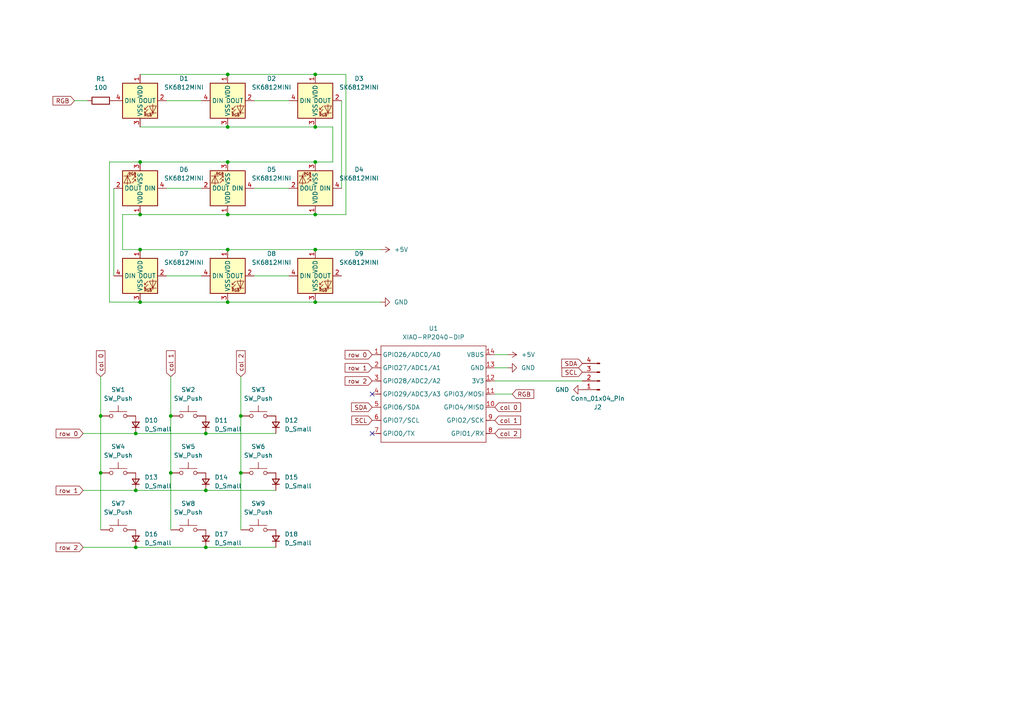
<source format=kicad_sch>
(kicad_sch
	(version 20250114)
	(generator "eeschema")
	(generator_version "9.0")
	(uuid "4ab86e78-36ab-4596-8d63-3cb50888e2b5")
	(paper "A4")
	(lib_symbols
		(symbol "Connector:Conn_01x04_Pin"
			(pin_names
				(offset 1.016)
				(hide yes)
			)
			(exclude_from_sim no)
			(in_bom yes)
			(on_board yes)
			(property "Reference" "J"
				(at 0 5.08 0)
				(effects
					(font
						(size 1.27 1.27)
					)
				)
			)
			(property "Value" "Conn_01x04_Pin"
				(at 0 -7.62 0)
				(effects
					(font
						(size 1.27 1.27)
					)
				)
			)
			(property "Footprint" ""
				(at 0 0 0)
				(effects
					(font
						(size 1.27 1.27)
					)
					(hide yes)
				)
			)
			(property "Datasheet" "~"
				(at 0 0 0)
				(effects
					(font
						(size 1.27 1.27)
					)
					(hide yes)
				)
			)
			(property "Description" "Generic connector, single row, 01x04, script generated"
				(at 0 0 0)
				(effects
					(font
						(size 1.27 1.27)
					)
					(hide yes)
				)
			)
			(property "ki_locked" ""
				(at 0 0 0)
				(effects
					(font
						(size 1.27 1.27)
					)
				)
			)
			(property "ki_keywords" "connector"
				(at 0 0 0)
				(effects
					(font
						(size 1.27 1.27)
					)
					(hide yes)
				)
			)
			(property "ki_fp_filters" "Connector*:*_1x??_*"
				(at 0 0 0)
				(effects
					(font
						(size 1.27 1.27)
					)
					(hide yes)
				)
			)
			(symbol "Conn_01x04_Pin_1_1"
				(rectangle
					(start 0.8636 2.667)
					(end 0 2.413)
					(stroke
						(width 0.1524)
						(type default)
					)
					(fill
						(type outline)
					)
				)
				(rectangle
					(start 0.8636 0.127)
					(end 0 -0.127)
					(stroke
						(width 0.1524)
						(type default)
					)
					(fill
						(type outline)
					)
				)
				(rectangle
					(start 0.8636 -2.413)
					(end 0 -2.667)
					(stroke
						(width 0.1524)
						(type default)
					)
					(fill
						(type outline)
					)
				)
				(rectangle
					(start 0.8636 -4.953)
					(end 0 -5.207)
					(stroke
						(width 0.1524)
						(type default)
					)
					(fill
						(type outline)
					)
				)
				(polyline
					(pts
						(xy 1.27 2.54) (xy 0.8636 2.54)
					)
					(stroke
						(width 0.1524)
						(type default)
					)
					(fill
						(type none)
					)
				)
				(polyline
					(pts
						(xy 1.27 0) (xy 0.8636 0)
					)
					(stroke
						(width 0.1524)
						(type default)
					)
					(fill
						(type none)
					)
				)
				(polyline
					(pts
						(xy 1.27 -2.54) (xy 0.8636 -2.54)
					)
					(stroke
						(width 0.1524)
						(type default)
					)
					(fill
						(type none)
					)
				)
				(polyline
					(pts
						(xy 1.27 -5.08) (xy 0.8636 -5.08)
					)
					(stroke
						(width 0.1524)
						(type default)
					)
					(fill
						(type none)
					)
				)
				(pin passive line
					(at 5.08 2.54 180)
					(length 3.81)
					(name "Pin_1"
						(effects
							(font
								(size 1.27 1.27)
							)
						)
					)
					(number "1"
						(effects
							(font
								(size 1.27 1.27)
							)
						)
					)
				)
				(pin passive line
					(at 5.08 0 180)
					(length 3.81)
					(name "Pin_2"
						(effects
							(font
								(size 1.27 1.27)
							)
						)
					)
					(number "2"
						(effects
							(font
								(size 1.27 1.27)
							)
						)
					)
				)
				(pin passive line
					(at 5.08 -2.54 180)
					(length 3.81)
					(name "Pin_3"
						(effects
							(font
								(size 1.27 1.27)
							)
						)
					)
					(number "3"
						(effects
							(font
								(size 1.27 1.27)
							)
						)
					)
				)
				(pin passive line
					(at 5.08 -5.08 180)
					(length 3.81)
					(name "Pin_4"
						(effects
							(font
								(size 1.27 1.27)
							)
						)
					)
					(number "4"
						(effects
							(font
								(size 1.27 1.27)
							)
						)
					)
				)
			)
			(embedded_fonts no)
		)
		(symbol "Device:D_Small"
			(pin_numbers
				(hide yes)
			)
			(pin_names
				(offset 0.254)
				(hide yes)
			)
			(exclude_from_sim no)
			(in_bom yes)
			(on_board yes)
			(property "Reference" "D"
				(at -1.27 2.032 0)
				(effects
					(font
						(size 1.27 1.27)
					)
					(justify left)
				)
			)
			(property "Value" "D_Small"
				(at -3.81 -2.032 0)
				(effects
					(font
						(size 1.27 1.27)
					)
					(justify left)
				)
			)
			(property "Footprint" ""
				(at 0 0 90)
				(effects
					(font
						(size 1.27 1.27)
					)
					(hide yes)
				)
			)
			(property "Datasheet" "~"
				(at 0 0 90)
				(effects
					(font
						(size 1.27 1.27)
					)
					(hide yes)
				)
			)
			(property "Description" "Diode, small symbol"
				(at 0 0 0)
				(effects
					(font
						(size 1.27 1.27)
					)
					(hide yes)
				)
			)
			(property "Sim.Device" "D"
				(at 0 0 0)
				(effects
					(font
						(size 1.27 1.27)
					)
					(hide yes)
				)
			)
			(property "Sim.Pins" "1=K 2=A"
				(at 0 0 0)
				(effects
					(font
						(size 1.27 1.27)
					)
					(hide yes)
				)
			)
			(property "ki_keywords" "diode"
				(at 0 0 0)
				(effects
					(font
						(size 1.27 1.27)
					)
					(hide yes)
				)
			)
			(property "ki_fp_filters" "TO-???* *_Diode_* *SingleDiode* D_*"
				(at 0 0 0)
				(effects
					(font
						(size 1.27 1.27)
					)
					(hide yes)
				)
			)
			(symbol "D_Small_0_1"
				(polyline
					(pts
						(xy -0.762 0) (xy 0.762 0)
					)
					(stroke
						(width 0)
						(type default)
					)
					(fill
						(type none)
					)
				)
				(polyline
					(pts
						(xy -0.762 -1.016) (xy -0.762 1.016)
					)
					(stroke
						(width 0.254)
						(type default)
					)
					(fill
						(type none)
					)
				)
				(polyline
					(pts
						(xy 0.762 -1.016) (xy -0.762 0) (xy 0.762 1.016) (xy 0.762 -1.016)
					)
					(stroke
						(width 0.254)
						(type default)
					)
					(fill
						(type none)
					)
				)
			)
			(symbol "D_Small_1_1"
				(pin passive line
					(at -2.54 0 0)
					(length 1.778)
					(name "K"
						(effects
							(font
								(size 1.27 1.27)
							)
						)
					)
					(number "1"
						(effects
							(font
								(size 1.27 1.27)
							)
						)
					)
				)
				(pin passive line
					(at 2.54 0 180)
					(length 1.778)
					(name "A"
						(effects
							(font
								(size 1.27 1.27)
							)
						)
					)
					(number "2"
						(effects
							(font
								(size 1.27 1.27)
							)
						)
					)
				)
			)
			(embedded_fonts no)
		)
		(symbol "Device:R"
			(pin_numbers
				(hide yes)
			)
			(pin_names
				(offset 0)
			)
			(exclude_from_sim no)
			(in_bom yes)
			(on_board yes)
			(property "Reference" "R"
				(at 2.032 0 90)
				(effects
					(font
						(size 1.27 1.27)
					)
				)
			)
			(property "Value" "R"
				(at 0 0 90)
				(effects
					(font
						(size 1.27 1.27)
					)
				)
			)
			(property "Footprint" ""
				(at -1.778 0 90)
				(effects
					(font
						(size 1.27 1.27)
					)
					(hide yes)
				)
			)
			(property "Datasheet" "~"
				(at 0 0 0)
				(effects
					(font
						(size 1.27 1.27)
					)
					(hide yes)
				)
			)
			(property "Description" "Resistor"
				(at 0 0 0)
				(effects
					(font
						(size 1.27 1.27)
					)
					(hide yes)
				)
			)
			(property "ki_keywords" "R res resistor"
				(at 0 0 0)
				(effects
					(font
						(size 1.27 1.27)
					)
					(hide yes)
				)
			)
			(property "ki_fp_filters" "R_*"
				(at 0 0 0)
				(effects
					(font
						(size 1.27 1.27)
					)
					(hide yes)
				)
			)
			(symbol "R_0_1"
				(rectangle
					(start -1.016 -2.54)
					(end 1.016 2.54)
					(stroke
						(width 0.254)
						(type default)
					)
					(fill
						(type none)
					)
				)
			)
			(symbol "R_1_1"
				(pin passive line
					(at 0 3.81 270)
					(length 1.27)
					(name "~"
						(effects
							(font
								(size 1.27 1.27)
							)
						)
					)
					(number "1"
						(effects
							(font
								(size 1.27 1.27)
							)
						)
					)
				)
				(pin passive line
					(at 0 -3.81 90)
					(length 1.27)
					(name "~"
						(effects
							(font
								(size 1.27 1.27)
							)
						)
					)
					(number "2"
						(effects
							(font
								(size 1.27 1.27)
							)
						)
					)
				)
			)
			(embedded_fonts no)
		)
		(symbol "MX_SK6812MINI-E_1"
			(exclude_from_sim no)
			(in_bom yes)
			(on_board yes)
			(property "Reference" "LED"
				(at 3.175 6.35 0)
				(effects
					(font
						(size 1.27 1.27)
					)
				)
			)
			(property "Value" "MX_SK6812MINI-E"
				(at 10.16 -6.985 0)
				(effects
					(font
						(size 1.27 1.27)
					)
				)
			)
			(property "Footprint" "PCM_marbastlib-mx:LED_MX_6028R"
				(at 0 0 0)
				(effects
					(font
						(size 1.27 1.27)
					)
					(hide yes)
				)
			)
			(property "Datasheet" ""
				(at 0 0 0)
				(effects
					(font
						(size 1.27 1.27)
					)
					(hide yes)
				)
			)
			(property "Description" "Reverse mount adressable LED (WS2812 protocol)"
				(at 0 0 0)
				(effects
					(font
						(size 1.27 1.27)
					)
					(hide yes)
				)
			)
			(property "ki_keywords" "reverse mount led revmount rgb"
				(at 0 0 0)
				(effects
					(font
						(size 1.27 1.27)
					)
					(hide yes)
				)
			)
			(symbol "MX_SK6812MINI-E_1_0_0"
				(text "RGB"
					(at 2.286 -4.191 0)
					(effects
						(font
							(size 0.762 0.762)
						)
					)
				)
			)
			(symbol "MX_SK6812MINI-E_1_0_1"
				(rectangle
					(start -5.08 5.08)
					(end 5.08 -5.08)
					(stroke
						(width 0.254)
						(type default)
					)
					(fill
						(type background)
					)
				)
				(polyline
					(pts
						(xy 1.27 -2.54) (xy 1.778 -2.54)
					)
					(stroke
						(width 0)
						(type default)
					)
					(fill
						(type none)
					)
				)
				(polyline
					(pts
						(xy 1.27 -3.556) (xy 1.778 -3.556)
					)
					(stroke
						(width 0)
						(type default)
					)
					(fill
						(type none)
					)
				)
				(polyline
					(pts
						(xy 2.286 -1.524) (xy 1.27 -2.54) (xy 1.27 -2.032)
					)
					(stroke
						(width 0)
						(type default)
					)
					(fill
						(type none)
					)
				)
				(polyline
					(pts
						(xy 2.286 -2.54) (xy 1.27 -3.556) (xy 1.27 -3.048)
					)
					(stroke
						(width 0)
						(type default)
					)
					(fill
						(type none)
					)
				)
				(polyline
					(pts
						(xy 3.683 -1.016) (xy 3.683 -3.556) (xy 3.683 -4.064)
					)
					(stroke
						(width 0)
						(type default)
					)
					(fill
						(type none)
					)
				)
				(polyline
					(pts
						(xy 4.699 -1.524) (xy 2.667 -1.524) (xy 3.683 -3.556) (xy 4.699 -1.524)
					)
					(stroke
						(width 0)
						(type default)
					)
					(fill
						(type none)
					)
				)
				(polyline
					(pts
						(xy 4.699 -3.556) (xy 2.667 -3.556)
					)
					(stroke
						(width 0)
						(type default)
					)
					(fill
						(type none)
					)
				)
			)
			(symbol "MX_SK6812MINI-E_1_1_1"
				(pin input line
					(at -7.62 0 0)
					(length 2.54)
					(name "DIN"
						(effects
							(font
								(size 1.27 1.27)
							)
						)
					)
					(number "4"
						(effects
							(font
								(size 1.27 1.27)
							)
						)
					)
				)
				(pin power_in line
					(at 0 7.62 270)
					(length 2.54)
					(name "VDD"
						(effects
							(font
								(size 1.27 1.27)
							)
						)
					)
					(number "1"
						(effects
							(font
								(size 1.27 1.27)
							)
						)
					)
				)
				(pin power_in line
					(at 0 -7.62 90)
					(length 2.54)
					(name "VSS"
						(effects
							(font
								(size 1.27 1.27)
							)
						)
					)
					(number "3"
						(effects
							(font
								(size 1.27 1.27)
							)
						)
					)
				)
				(pin output line
					(at 7.62 0 180)
					(length 2.54)
					(name "DOUT"
						(effects
							(font
								(size 1.27 1.27)
							)
						)
					)
					(number "2"
						(effects
							(font
								(size 1.27 1.27)
							)
						)
					)
				)
			)
			(embedded_fonts no)
		)
		(symbol "OPL:XIAO-RP2040-DIP"
			(exclude_from_sim no)
			(in_bom yes)
			(on_board yes)
			(property "Reference" "U"
				(at 0 0 0)
				(effects
					(font
						(size 1.27 1.27)
					)
				)
			)
			(property "Value" "XIAO-RP2040-DIP"
				(at 5.334 -1.778 0)
				(effects
					(font
						(size 1.27 1.27)
					)
				)
			)
			(property "Footprint" "Module:MOUDLE14P-XIAO-DIP-SMD"
				(at 14.478 -32.258 0)
				(effects
					(font
						(size 1.27 1.27)
					)
					(hide yes)
				)
			)
			(property "Datasheet" ""
				(at 0 0 0)
				(effects
					(font
						(size 1.27 1.27)
					)
					(hide yes)
				)
			)
			(property "Description" ""
				(at 0 0 0)
				(effects
					(font
						(size 1.27 1.27)
					)
					(hide yes)
				)
			)
			(symbol "XIAO-RP2040-DIP_1_0"
				(polyline
					(pts
						(xy -1.27 -2.54) (xy 29.21 -2.54)
					)
					(stroke
						(width 0.1524)
						(type solid)
					)
					(fill
						(type none)
					)
				)
				(polyline
					(pts
						(xy -1.27 -5.08) (xy -2.54 -5.08)
					)
					(stroke
						(width 0.1524)
						(type solid)
					)
					(fill
						(type none)
					)
				)
				(polyline
					(pts
						(xy -1.27 -5.08) (xy -1.27 -2.54)
					)
					(stroke
						(width 0.1524)
						(type solid)
					)
					(fill
						(type none)
					)
				)
				(polyline
					(pts
						(xy -1.27 -8.89) (xy -2.54 -8.89)
					)
					(stroke
						(width 0.1524)
						(type solid)
					)
					(fill
						(type none)
					)
				)
				(polyline
					(pts
						(xy -1.27 -8.89) (xy -1.27 -5.08)
					)
					(stroke
						(width 0.1524)
						(type solid)
					)
					(fill
						(type none)
					)
				)
				(polyline
					(pts
						(xy -1.27 -12.7) (xy -2.54 -12.7)
					)
					(stroke
						(width 0.1524)
						(type solid)
					)
					(fill
						(type none)
					)
				)
				(polyline
					(pts
						(xy -1.27 -12.7) (xy -1.27 -8.89)
					)
					(stroke
						(width 0.1524)
						(type solid)
					)
					(fill
						(type none)
					)
				)
				(polyline
					(pts
						(xy -1.27 -16.51) (xy -2.54 -16.51)
					)
					(stroke
						(width 0.1524)
						(type solid)
					)
					(fill
						(type none)
					)
				)
				(polyline
					(pts
						(xy -1.27 -16.51) (xy -1.27 -12.7)
					)
					(stroke
						(width 0.1524)
						(type solid)
					)
					(fill
						(type none)
					)
				)
				(polyline
					(pts
						(xy -1.27 -20.32) (xy -2.54 -20.32)
					)
					(stroke
						(width 0.1524)
						(type solid)
					)
					(fill
						(type none)
					)
				)
				(polyline
					(pts
						(xy -1.27 -24.13) (xy -2.54 -24.13)
					)
					(stroke
						(width 0.1524)
						(type solid)
					)
					(fill
						(type none)
					)
				)
				(polyline
					(pts
						(xy -1.27 -27.94) (xy -2.54 -27.94)
					)
					(stroke
						(width 0.1524)
						(type solid)
					)
					(fill
						(type none)
					)
				)
				(polyline
					(pts
						(xy -1.27 -30.48) (xy -1.27 -16.51)
					)
					(stroke
						(width 0.1524)
						(type solid)
					)
					(fill
						(type none)
					)
				)
				(polyline
					(pts
						(xy 29.21 -2.54) (xy 29.21 -5.08)
					)
					(stroke
						(width 0.1524)
						(type solid)
					)
					(fill
						(type none)
					)
				)
				(polyline
					(pts
						(xy 29.21 -5.08) (xy 29.21 -8.89)
					)
					(stroke
						(width 0.1524)
						(type solid)
					)
					(fill
						(type none)
					)
				)
				(polyline
					(pts
						(xy 29.21 -8.89) (xy 29.21 -12.7)
					)
					(stroke
						(width 0.1524)
						(type solid)
					)
					(fill
						(type none)
					)
				)
				(polyline
					(pts
						(xy 29.21 -12.7) (xy 29.21 -30.48)
					)
					(stroke
						(width 0.1524)
						(type solid)
					)
					(fill
						(type none)
					)
				)
				(polyline
					(pts
						(xy 29.21 -30.48) (xy -1.27 -30.48)
					)
					(stroke
						(width 0.1524)
						(type solid)
					)
					(fill
						(type none)
					)
				)
				(polyline
					(pts
						(xy 30.48 -5.08) (xy 29.21 -5.08)
					)
					(stroke
						(width 0.1524)
						(type solid)
					)
					(fill
						(type none)
					)
				)
				(polyline
					(pts
						(xy 30.48 -8.89) (xy 29.21 -8.89)
					)
					(stroke
						(width 0.1524)
						(type solid)
					)
					(fill
						(type none)
					)
				)
				(polyline
					(pts
						(xy 30.48 -12.7) (xy 29.21 -12.7)
					)
					(stroke
						(width 0.1524)
						(type solid)
					)
					(fill
						(type none)
					)
				)
				(polyline
					(pts
						(xy 30.48 -16.51) (xy 29.21 -16.51)
					)
					(stroke
						(width 0.1524)
						(type solid)
					)
					(fill
						(type none)
					)
				)
				(polyline
					(pts
						(xy 30.48 -20.32) (xy 29.21 -20.32)
					)
					(stroke
						(width 0.1524)
						(type solid)
					)
					(fill
						(type none)
					)
				)
				(polyline
					(pts
						(xy 30.48 -24.13) (xy 29.21 -24.13)
					)
					(stroke
						(width 0.1524)
						(type solid)
					)
					(fill
						(type none)
					)
				)
				(polyline
					(pts
						(xy 30.48 -27.94) (xy 29.21 -27.94)
					)
					(stroke
						(width 0.1524)
						(type solid)
					)
					(fill
						(type none)
					)
				)
				(pin passive line
					(at -3.81 -5.08 0)
					(length 2.54)
					(name "GPIO26/ADC0/A0"
						(effects
							(font
								(size 1.27 1.27)
							)
						)
					)
					(number "1"
						(effects
							(font
								(size 1.27 1.27)
							)
						)
					)
				)
				(pin passive line
					(at -3.81 -8.89 0)
					(length 2.54)
					(name "GPIO27/ADC1/A1"
						(effects
							(font
								(size 1.27 1.27)
							)
						)
					)
					(number "2"
						(effects
							(font
								(size 1.27 1.27)
							)
						)
					)
				)
				(pin passive line
					(at -3.81 -12.7 0)
					(length 2.54)
					(name "GPIO28/ADC2/A2"
						(effects
							(font
								(size 1.27 1.27)
							)
						)
					)
					(number "3"
						(effects
							(font
								(size 1.27 1.27)
							)
						)
					)
				)
				(pin passive line
					(at -3.81 -16.51 0)
					(length 2.54)
					(name "GPIO29/ADC3/A3"
						(effects
							(font
								(size 1.27 1.27)
							)
						)
					)
					(number "4"
						(effects
							(font
								(size 1.27 1.27)
							)
						)
					)
				)
				(pin passive line
					(at -3.81 -20.32 0)
					(length 2.54)
					(name "GPIO6/SDA"
						(effects
							(font
								(size 1.27 1.27)
							)
						)
					)
					(number "5"
						(effects
							(font
								(size 1.27 1.27)
							)
						)
					)
				)
				(pin passive line
					(at -3.81 -24.13 0)
					(length 2.54)
					(name "GPIO7/SCL"
						(effects
							(font
								(size 1.27 1.27)
							)
						)
					)
					(number "6"
						(effects
							(font
								(size 1.27 1.27)
							)
						)
					)
				)
				(pin passive line
					(at -3.81 -27.94 0)
					(length 2.54)
					(name "GPIO0/TX"
						(effects
							(font
								(size 1.27 1.27)
							)
						)
					)
					(number "7"
						(effects
							(font
								(size 1.27 1.27)
							)
						)
					)
				)
				(pin passive line
					(at 31.75 -5.08 180)
					(length 2.54)
					(name "VBUS"
						(effects
							(font
								(size 1.27 1.27)
							)
						)
					)
					(number "14"
						(effects
							(font
								(size 1.27 1.27)
							)
						)
					)
				)
				(pin passive line
					(at 31.75 -8.89 180)
					(length 2.54)
					(name "GND"
						(effects
							(font
								(size 1.27 1.27)
							)
						)
					)
					(number "13"
						(effects
							(font
								(size 1.27 1.27)
							)
						)
					)
				)
				(pin passive line
					(at 31.75 -12.7 180)
					(length 2.54)
					(name "3V3"
						(effects
							(font
								(size 1.27 1.27)
							)
						)
					)
					(number "12"
						(effects
							(font
								(size 1.27 1.27)
							)
						)
					)
				)
				(pin passive line
					(at 31.75 -16.51 180)
					(length 2.54)
					(name "GPIO3/MOSI"
						(effects
							(font
								(size 1.27 1.27)
							)
						)
					)
					(number "11"
						(effects
							(font
								(size 1.27 1.27)
							)
						)
					)
				)
				(pin passive line
					(at 31.75 -20.32 180)
					(length 2.54)
					(name "GPIO4/MISO"
						(effects
							(font
								(size 1.27 1.27)
							)
						)
					)
					(number "10"
						(effects
							(font
								(size 1.27 1.27)
							)
						)
					)
				)
				(pin passive line
					(at 31.75 -24.13 180)
					(length 2.54)
					(name "GPIO2/SCK"
						(effects
							(font
								(size 1.27 1.27)
							)
						)
					)
					(number "9"
						(effects
							(font
								(size 1.27 1.27)
							)
						)
					)
				)
				(pin passive line
					(at 31.75 -27.94 180)
					(length 2.54)
					(name "GPIO1/RX"
						(effects
							(font
								(size 1.27 1.27)
							)
						)
					)
					(number "8"
						(effects
							(font
								(size 1.27 1.27)
							)
						)
					)
				)
			)
			(embedded_fonts no)
		)
		(symbol "Switch:SW_Push"
			(pin_numbers
				(hide yes)
			)
			(pin_names
				(offset 1.016)
				(hide yes)
			)
			(exclude_from_sim no)
			(in_bom yes)
			(on_board yes)
			(property "Reference" "SW"
				(at 1.27 2.54 0)
				(effects
					(font
						(size 1.27 1.27)
					)
					(justify left)
				)
			)
			(property "Value" "SW_Push"
				(at 0 -1.524 0)
				(effects
					(font
						(size 1.27 1.27)
					)
				)
			)
			(property "Footprint" ""
				(at 0 5.08 0)
				(effects
					(font
						(size 1.27 1.27)
					)
					(hide yes)
				)
			)
			(property "Datasheet" "~"
				(at 0 5.08 0)
				(effects
					(font
						(size 1.27 1.27)
					)
					(hide yes)
				)
			)
			(property "Description" "Push button switch, generic, two pins"
				(at 0 0 0)
				(effects
					(font
						(size 1.27 1.27)
					)
					(hide yes)
				)
			)
			(property "ki_keywords" "switch normally-open pushbutton push-button"
				(at 0 0 0)
				(effects
					(font
						(size 1.27 1.27)
					)
					(hide yes)
				)
			)
			(symbol "SW_Push_0_1"
				(circle
					(center -2.032 0)
					(radius 0.508)
					(stroke
						(width 0)
						(type default)
					)
					(fill
						(type none)
					)
				)
				(polyline
					(pts
						(xy 0 1.27) (xy 0 3.048)
					)
					(stroke
						(width 0)
						(type default)
					)
					(fill
						(type none)
					)
				)
				(circle
					(center 2.032 0)
					(radius 0.508)
					(stroke
						(width 0)
						(type default)
					)
					(fill
						(type none)
					)
				)
				(polyline
					(pts
						(xy 2.54 1.27) (xy -2.54 1.27)
					)
					(stroke
						(width 0)
						(type default)
					)
					(fill
						(type none)
					)
				)
				(pin passive line
					(at -5.08 0 0)
					(length 2.54)
					(name "1"
						(effects
							(font
								(size 1.27 1.27)
							)
						)
					)
					(number "1"
						(effects
							(font
								(size 1.27 1.27)
							)
						)
					)
				)
				(pin passive line
					(at 5.08 0 180)
					(length 2.54)
					(name "2"
						(effects
							(font
								(size 1.27 1.27)
							)
						)
					)
					(number "2"
						(effects
							(font
								(size 1.27 1.27)
							)
						)
					)
				)
			)
			(embedded_fonts no)
		)
		(symbol "power:+5V"
			(power)
			(pin_numbers
				(hide yes)
			)
			(pin_names
				(offset 0)
				(hide yes)
			)
			(exclude_from_sim no)
			(in_bom yes)
			(on_board yes)
			(property "Reference" "#PWR"
				(at 0 -3.81 0)
				(effects
					(font
						(size 1.27 1.27)
					)
					(hide yes)
				)
			)
			(property "Value" "+5V"
				(at 0 3.556 0)
				(effects
					(font
						(size 1.27 1.27)
					)
				)
			)
			(property "Footprint" ""
				(at 0 0 0)
				(effects
					(font
						(size 1.27 1.27)
					)
					(hide yes)
				)
			)
			(property "Datasheet" ""
				(at 0 0 0)
				(effects
					(font
						(size 1.27 1.27)
					)
					(hide yes)
				)
			)
			(property "Description" "Power symbol creates a global label with name \"+5V\""
				(at 0 0 0)
				(effects
					(font
						(size 1.27 1.27)
					)
					(hide yes)
				)
			)
			(property "ki_keywords" "global power"
				(at 0 0 0)
				(effects
					(font
						(size 1.27 1.27)
					)
					(hide yes)
				)
			)
			(symbol "+5V_0_1"
				(polyline
					(pts
						(xy -0.762 1.27) (xy 0 2.54)
					)
					(stroke
						(width 0)
						(type default)
					)
					(fill
						(type none)
					)
				)
				(polyline
					(pts
						(xy 0 2.54) (xy 0.762 1.27)
					)
					(stroke
						(width 0)
						(type default)
					)
					(fill
						(type none)
					)
				)
				(polyline
					(pts
						(xy 0 0) (xy 0 2.54)
					)
					(stroke
						(width 0)
						(type default)
					)
					(fill
						(type none)
					)
				)
			)
			(symbol "+5V_1_1"
				(pin power_in line
					(at 0 0 90)
					(length 0)
					(name "~"
						(effects
							(font
								(size 1.27 1.27)
							)
						)
					)
					(number "1"
						(effects
							(font
								(size 1.27 1.27)
							)
						)
					)
				)
			)
			(embedded_fonts no)
		)
		(symbol "power:GND"
			(power)
			(pin_numbers
				(hide yes)
			)
			(pin_names
				(offset 0)
				(hide yes)
			)
			(exclude_from_sim no)
			(in_bom yes)
			(on_board yes)
			(property "Reference" "#PWR"
				(at 0 -6.35 0)
				(effects
					(font
						(size 1.27 1.27)
					)
					(hide yes)
				)
			)
			(property "Value" "GND"
				(at 0 -3.81 0)
				(effects
					(font
						(size 1.27 1.27)
					)
				)
			)
			(property "Footprint" ""
				(at 0 0 0)
				(effects
					(font
						(size 1.27 1.27)
					)
					(hide yes)
				)
			)
			(property "Datasheet" ""
				(at 0 0 0)
				(effects
					(font
						(size 1.27 1.27)
					)
					(hide yes)
				)
			)
			(property "Description" "Power symbol creates a global label with name \"GND\" , ground"
				(at 0 0 0)
				(effects
					(font
						(size 1.27 1.27)
					)
					(hide yes)
				)
			)
			(property "ki_keywords" "global power"
				(at 0 0 0)
				(effects
					(font
						(size 1.27 1.27)
					)
					(hide yes)
				)
			)
			(symbol "GND_0_1"
				(polyline
					(pts
						(xy 0 0) (xy 0 -1.27) (xy 1.27 -1.27) (xy 0 -2.54) (xy -1.27 -1.27) (xy 0 -1.27)
					)
					(stroke
						(width 0)
						(type default)
					)
					(fill
						(type none)
					)
				)
			)
			(symbol "GND_1_1"
				(pin power_in line
					(at 0 0 270)
					(length 0)
					(name "~"
						(effects
							(font
								(size 1.27 1.27)
							)
						)
					)
					(number "1"
						(effects
							(font
								(size 1.27 1.27)
							)
						)
					)
				)
			)
			(embedded_fonts no)
		)
	)
	(junction
		(at 66.04 62.23)
		(diameter 0)
		(color 0 0 0 0)
		(uuid "0311f54b-476a-438c-bf4f-98124415eaf5")
	)
	(junction
		(at 66.04 46.99)
		(diameter 0)
		(color 0 0 0 0)
		(uuid "04283b7e-b8d4-4f73-9294-04332155a99f")
	)
	(junction
		(at 91.44 62.23)
		(diameter 0)
		(color 0 0 0 0)
		(uuid "06f9ae17-cde2-423b-b140-0f1cbd24317d")
	)
	(junction
		(at 66.04 21.59)
		(diameter 0)
		(color 0 0 0 0)
		(uuid "14fd07f0-2378-4639-93df-b942167a419d")
	)
	(junction
		(at 49.53 120.65)
		(diameter 0)
		(color 0 0 0 0)
		(uuid "1581b28a-d2cb-4ac7-9cc6-2c9bd0d25961")
	)
	(junction
		(at 66.04 36.83)
		(diameter 0)
		(color 0 0 0 0)
		(uuid "2fef6912-fcee-4022-966d-aa6cea3c816e")
	)
	(junction
		(at 59.69 158.75)
		(diameter 0)
		(color 0 0 0 0)
		(uuid "31347b25-de86-4ed3-9a05-bee95cfef3c8")
	)
	(junction
		(at 40.64 62.23)
		(diameter 0)
		(color 0 0 0 0)
		(uuid "37f60dac-616d-40dc-bb97-83377917b51e")
	)
	(junction
		(at 59.69 125.73)
		(diameter 0)
		(color 0 0 0 0)
		(uuid "3a0ca8fb-61aa-4c23-b6ed-4eaeab9a92d9")
	)
	(junction
		(at 66.04 72.39)
		(diameter 0)
		(color 0 0 0 0)
		(uuid "4399d5b3-454d-46de-8e2e-6849352f14a4")
	)
	(junction
		(at 39.37 158.75)
		(diameter 0)
		(color 0 0 0 0)
		(uuid "49080d2e-a320-499a-b125-fe83e8cf5af1")
	)
	(junction
		(at 29.21 120.65)
		(diameter 0)
		(color 0 0 0 0)
		(uuid "4a604123-1f33-4089-9e69-51db55059f65")
	)
	(junction
		(at 69.85 137.16)
		(diameter 0)
		(color 0 0 0 0)
		(uuid "5b17ae3b-c6d9-4820-9a85-dff3b04ed965")
	)
	(junction
		(at 29.21 137.16)
		(diameter 0)
		(color 0 0 0 0)
		(uuid "5e62141d-7a29-4f80-b95d-b4d1dcab4f6a")
	)
	(junction
		(at 91.44 87.63)
		(diameter 0)
		(color 0 0 0 0)
		(uuid "61edfebb-37f7-4829-8b48-f5f2f5b2eeae")
	)
	(junction
		(at 91.44 72.39)
		(diameter 0)
		(color 0 0 0 0)
		(uuid "679a427c-10bb-48a6-b6e4-6b2792fe8a0c")
	)
	(junction
		(at 91.44 46.99)
		(diameter 0)
		(color 0 0 0 0)
		(uuid "74378c09-eb59-4097-bb30-06b80b9b5151")
	)
	(junction
		(at 59.69 142.24)
		(diameter 0)
		(color 0 0 0 0)
		(uuid "7b032061-aaa6-4366-82c5-3b7038dc7fc0")
	)
	(junction
		(at 39.37 142.24)
		(diameter 0)
		(color 0 0 0 0)
		(uuid "8507b172-3a1c-4779-af1b-96e6a8918cb6")
	)
	(junction
		(at 69.85 120.65)
		(diameter 0)
		(color 0 0 0 0)
		(uuid "ad4dd97e-2053-4dfa-a99e-fc1ca24d8ba8")
	)
	(junction
		(at 40.64 46.99)
		(diameter 0)
		(color 0 0 0 0)
		(uuid "b14d9e6a-1593-40f3-a4ed-123155aab96e")
	)
	(junction
		(at 91.44 21.59)
		(diameter 0)
		(color 0 0 0 0)
		(uuid "b85030cf-dd49-4c65-8694-dcef5c67b5a0")
	)
	(junction
		(at 39.37 125.73)
		(diameter 0)
		(color 0 0 0 0)
		(uuid "d9f20a7b-22d4-47ea-ab14-c0a230bc995d")
	)
	(junction
		(at 91.44 36.83)
		(diameter 0)
		(color 0 0 0 0)
		(uuid "dd891d80-2b8e-4a6a-9808-9b062b965016")
	)
	(junction
		(at 40.64 72.39)
		(diameter 0)
		(color 0 0 0 0)
		(uuid "df30f798-1c4f-43f4-9f34-c6bcaf299347")
	)
	(junction
		(at 66.04 87.63)
		(diameter 0)
		(color 0 0 0 0)
		(uuid "e5d3d625-8957-4f33-a7ed-1e29e32a09d5")
	)
	(junction
		(at 40.64 87.63)
		(diameter 0)
		(color 0 0 0 0)
		(uuid "ec338418-9dbd-4d34-b988-97983d0b814b")
	)
	(junction
		(at 49.53 137.16)
		(diameter 0)
		(color 0 0 0 0)
		(uuid "f8035f2a-4f0d-42b9-91dc-35fe6316960d")
	)
	(no_connect
		(at 107.95 125.73)
		(uuid "4083224c-0f85-45f6-9a48-7d7528de4941")
	)
	(no_connect
		(at 107.95 114.3)
		(uuid "bf70ddd9-3b36-4742-a6c8-d00aaea9b8cc")
	)
	(wire
		(pts
			(xy 40.64 21.59) (xy 66.04 21.59)
		)
		(stroke
			(width 0)
			(type default)
		)
		(uuid "009e9006-bf7e-44c1-8b20-5071afbc6b22")
	)
	(wire
		(pts
			(xy 21.59 29.21) (xy 25.4 29.21)
		)
		(stroke
			(width 0)
			(type default)
		)
		(uuid "011f8a9d-95d9-4081-a4af-d3655147d838")
	)
	(wire
		(pts
			(xy 91.44 46.99) (xy 96.52 46.99)
		)
		(stroke
			(width 0)
			(type default)
		)
		(uuid "042b5da2-719c-4f36-a399-fdeaf4720246")
	)
	(wire
		(pts
			(xy 66.04 36.83) (xy 91.44 36.83)
		)
		(stroke
			(width 0)
			(type default)
		)
		(uuid "05eabddb-ec0c-43a2-8c52-c00f9d4ae6c2")
	)
	(wire
		(pts
			(xy 48.26 29.21) (xy 58.42 29.21)
		)
		(stroke
			(width 0)
			(type default)
		)
		(uuid "0759eec3-bcbc-4e8a-95e1-5b533bd41d2f")
	)
	(wire
		(pts
			(xy 66.04 62.23) (xy 91.44 62.23)
		)
		(stroke
			(width 0)
			(type default)
		)
		(uuid "0bd412ba-0ab1-4ac6-844a-9b55a12585ba")
	)
	(wire
		(pts
			(xy 66.04 72.39) (xy 91.44 72.39)
		)
		(stroke
			(width 0)
			(type default)
		)
		(uuid "0cf2cf08-9095-4d77-9cd7-829b1dab9739")
	)
	(wire
		(pts
			(xy 73.66 54.61) (xy 83.82 54.61)
		)
		(stroke
			(width 0)
			(type default)
		)
		(uuid "0fe0e8fe-25a7-4428-b654-345ea98270c2")
	)
	(wire
		(pts
			(xy 39.37 158.75) (xy 59.69 158.75)
		)
		(stroke
			(width 0)
			(type default)
		)
		(uuid "106d9738-00e6-4659-926d-f6efe8492ccc")
	)
	(wire
		(pts
			(xy 48.26 80.01) (xy 58.42 80.01)
		)
		(stroke
			(width 0)
			(type default)
		)
		(uuid "16f66b78-fb9d-46de-8b91-0148c1fc61a5")
	)
	(wire
		(pts
			(xy 66.04 87.63) (xy 91.44 87.63)
		)
		(stroke
			(width 0)
			(type default)
		)
		(uuid "185c2933-0981-4aaf-8aca-f890cb482619")
	)
	(wire
		(pts
			(xy 73.66 29.21) (xy 83.82 29.21)
		)
		(stroke
			(width 0)
			(type default)
		)
		(uuid "227e1f30-9c67-48c3-b30a-bc3a0e7f3531")
	)
	(wire
		(pts
			(xy 40.64 62.23) (xy 66.04 62.23)
		)
		(stroke
			(width 0)
			(type default)
		)
		(uuid "24087aab-03f4-4430-a556-ab2580c46f59")
	)
	(wire
		(pts
			(xy 59.69 125.73) (xy 80.01 125.73)
		)
		(stroke
			(width 0)
			(type default)
		)
		(uuid "27e20b87-53e4-4375-97fb-ab067e51c58c")
	)
	(wire
		(pts
			(xy 49.53 120.65) (xy 49.53 137.16)
		)
		(stroke
			(width 0)
			(type default)
		)
		(uuid "2a306c61-bb32-429d-a436-f2192573f9b4")
	)
	(wire
		(pts
			(xy 29.21 109.22) (xy 29.21 120.65)
		)
		(stroke
			(width 0)
			(type default)
		)
		(uuid "2c025af9-a0f4-4c59-bbbd-2315d9029c5f")
	)
	(wire
		(pts
			(xy 143.51 110.49) (xy 168.91 110.49)
		)
		(stroke
			(width 0)
			(type default)
		)
		(uuid "37fa33dd-2593-4195-9a84-068f6ff25249")
	)
	(wire
		(pts
			(xy 143.51 106.68) (xy 147.32 106.68)
		)
		(stroke
			(width 0)
			(type default)
		)
		(uuid "3826803f-fe5e-4ee5-8ce7-553d0679a454")
	)
	(wire
		(pts
			(xy 69.85 120.65) (xy 69.85 137.16)
		)
		(stroke
			(width 0)
			(type default)
		)
		(uuid "3e28922c-8029-49e1-9d73-d81c6e862d43")
	)
	(wire
		(pts
			(xy 143.51 102.87) (xy 147.32 102.87)
		)
		(stroke
			(width 0)
			(type default)
		)
		(uuid "458d320e-ba0d-4130-a9dd-f782d9cec2c6")
	)
	(wire
		(pts
			(xy 31.75 46.99) (xy 40.64 46.99)
		)
		(stroke
			(width 0)
			(type default)
		)
		(uuid "46d57636-a571-4945-9394-edde82caf408")
	)
	(wire
		(pts
			(xy 91.44 62.23) (xy 100.33 62.23)
		)
		(stroke
			(width 0)
			(type default)
		)
		(uuid "4ab8bff7-9069-4bc0-8459-08ac27ec7e9c")
	)
	(wire
		(pts
			(xy 31.75 87.63) (xy 40.64 87.63)
		)
		(stroke
			(width 0)
			(type default)
		)
		(uuid "4c284fdf-2b00-4860-821c-a4e5bea1d8ca")
	)
	(wire
		(pts
			(xy 49.53 109.22) (xy 49.53 120.65)
		)
		(stroke
			(width 0)
			(type default)
		)
		(uuid "4fbf4a43-cc85-4dc3-9827-83363945e7a8")
	)
	(wire
		(pts
			(xy 40.64 46.99) (xy 66.04 46.99)
		)
		(stroke
			(width 0)
			(type default)
		)
		(uuid "5b861598-a150-455b-aea0-a681f43b3029")
	)
	(wire
		(pts
			(xy 66.04 46.99) (xy 91.44 46.99)
		)
		(stroke
			(width 0)
			(type default)
		)
		(uuid "68b10de1-51c9-4dff-88ce-5548a81e57c4")
	)
	(wire
		(pts
			(xy 29.21 120.65) (xy 29.21 137.16)
		)
		(stroke
			(width 0)
			(type default)
		)
		(uuid "6a701049-15d6-49eb-95ef-06d0fdc10e82")
	)
	(wire
		(pts
			(xy 59.69 158.75) (xy 80.01 158.75)
		)
		(stroke
			(width 0)
			(type default)
		)
		(uuid "6a8fd41a-4c49-45c7-acd0-1268c2ded3cc")
	)
	(wire
		(pts
			(xy 35.56 62.23) (xy 40.64 62.23)
		)
		(stroke
			(width 0)
			(type default)
		)
		(uuid "6a9495ab-4663-434b-bb54-e98750bb7b9f")
	)
	(wire
		(pts
			(xy 24.13 158.75) (xy 39.37 158.75)
		)
		(stroke
			(width 0)
			(type default)
		)
		(uuid "6e72e478-ce21-498c-8b38-731c40e45d52")
	)
	(wire
		(pts
			(xy 48.26 54.61) (xy 58.42 54.61)
		)
		(stroke
			(width 0)
			(type default)
		)
		(uuid "7b5cceab-182f-472d-8e96-7d207b315a5a")
	)
	(wire
		(pts
			(xy 40.64 87.63) (xy 66.04 87.63)
		)
		(stroke
			(width 0)
			(type default)
		)
		(uuid "7fc08a26-9569-4df4-9e23-93f11a0f77d2")
	)
	(wire
		(pts
			(xy 24.13 125.73) (xy 39.37 125.73)
		)
		(stroke
			(width 0)
			(type default)
		)
		(uuid "810f7c22-15ce-4c2d-9aa4-3d86cdc7bd3a")
	)
	(wire
		(pts
			(xy 91.44 36.83) (xy 96.52 36.83)
		)
		(stroke
			(width 0)
			(type default)
		)
		(uuid "879ad86b-8400-4730-904a-15c87ad547e5")
	)
	(wire
		(pts
			(xy 40.64 36.83) (xy 66.04 36.83)
		)
		(stroke
			(width 0)
			(type default)
		)
		(uuid "88366b04-a374-4885-9e09-74b6a3696453")
	)
	(wire
		(pts
			(xy 69.85 137.16) (xy 69.85 153.67)
		)
		(stroke
			(width 0)
			(type default)
		)
		(uuid "8bfa5035-5a1a-4ca3-80a4-fc67625bc575")
	)
	(wire
		(pts
			(xy 96.52 36.83) (xy 96.52 46.99)
		)
		(stroke
			(width 0)
			(type default)
		)
		(uuid "9a193596-b435-4477-ad73-b326f8757c31")
	)
	(wire
		(pts
			(xy 91.44 72.39) (xy 110.49 72.39)
		)
		(stroke
			(width 0)
			(type default)
		)
		(uuid "9e6b1360-3c21-4960-835c-98abc892b674")
	)
	(wire
		(pts
			(xy 49.53 137.16) (xy 49.53 153.67)
		)
		(stroke
			(width 0)
			(type default)
		)
		(uuid "a43083ad-90d3-478c-89b5-b123b755d650")
	)
	(wire
		(pts
			(xy 148.59 114.3) (xy 143.51 114.3)
		)
		(stroke
			(width 0)
			(type default)
		)
		(uuid "a6be147b-45c4-4d51-a6be-60b40f554327")
	)
	(wire
		(pts
			(xy 24.13 142.24) (xy 39.37 142.24)
		)
		(stroke
			(width 0)
			(type default)
		)
		(uuid "a8523715-4829-4eee-a258-4551f22f9f2a")
	)
	(wire
		(pts
			(xy 33.02 54.61) (xy 33.02 80.01)
		)
		(stroke
			(width 0)
			(type default)
		)
		(uuid "b07dbad4-adf9-49f7-a3fc-e2e804a2dbff")
	)
	(wire
		(pts
			(xy 100.33 21.59) (xy 100.33 62.23)
		)
		(stroke
			(width 0)
			(type default)
		)
		(uuid "b4be1765-3348-4705-8fc8-8307cf689d2f")
	)
	(wire
		(pts
			(xy 35.56 62.23) (xy 35.56 72.39)
		)
		(stroke
			(width 0)
			(type default)
		)
		(uuid "b79715fe-ccaf-4634-839a-591c9a7a08d5")
	)
	(wire
		(pts
			(xy 39.37 125.73) (xy 59.69 125.73)
		)
		(stroke
			(width 0)
			(type default)
		)
		(uuid "bbef6e4d-d247-4457-bb90-b115393c2fca")
	)
	(wire
		(pts
			(xy 31.75 46.99) (xy 31.75 87.63)
		)
		(stroke
			(width 0)
			(type default)
		)
		(uuid "c0f8731d-c47b-40b1-a017-719be5686fbb")
	)
	(wire
		(pts
			(xy 35.56 72.39) (xy 40.64 72.39)
		)
		(stroke
			(width 0)
			(type default)
		)
		(uuid "c5c391a7-70ac-4d38-9330-d49416a712d9")
	)
	(wire
		(pts
			(xy 91.44 21.59) (xy 100.33 21.59)
		)
		(stroke
			(width 0)
			(type default)
		)
		(uuid "cb2840a5-c10a-4a43-bf37-98839d95e34d")
	)
	(wire
		(pts
			(xy 91.44 87.63) (xy 110.49 87.63)
		)
		(stroke
			(width 0)
			(type default)
		)
		(uuid "cf484096-ed9b-4f77-982e-636ac2103199")
	)
	(wire
		(pts
			(xy 73.66 80.01) (xy 83.82 80.01)
		)
		(stroke
			(width 0)
			(type default)
		)
		(uuid "d7647d35-0067-4cca-ab39-146fd1bdafdb")
	)
	(wire
		(pts
			(xy 29.21 137.16) (xy 29.21 153.67)
		)
		(stroke
			(width 0)
			(type default)
		)
		(uuid "dd77496d-6a53-4e47-957d-538eb1302aa3")
	)
	(wire
		(pts
			(xy 39.37 142.24) (xy 59.69 142.24)
		)
		(stroke
			(width 0)
			(type default)
		)
		(uuid "dea9dd21-ab2b-4aac-a4aa-be79a6660112")
	)
	(wire
		(pts
			(xy 59.69 142.24) (xy 80.01 142.24)
		)
		(stroke
			(width 0)
			(type default)
		)
		(uuid "e426879e-539e-4fb4-b968-cad3c56727e5")
	)
	(wire
		(pts
			(xy 99.06 29.21) (xy 99.06 54.61)
		)
		(stroke
			(width 0)
			(type default)
		)
		(uuid "ec577468-2036-402b-85d4-fbe88f568127")
	)
	(wire
		(pts
			(xy 40.64 72.39) (xy 66.04 72.39)
		)
		(stroke
			(width 0)
			(type default)
		)
		(uuid "efcacc32-7904-4cba-b262-1c4ca4bf229b")
	)
	(wire
		(pts
			(xy 66.04 21.59) (xy 91.44 21.59)
		)
		(stroke
			(width 0)
			(type default)
		)
		(uuid "f28e95bc-91bd-4216-ab6f-d361e475e124")
	)
	(wire
		(pts
			(xy 69.85 109.22) (xy 69.85 120.65)
		)
		(stroke
			(width 0)
			(type default)
		)
		(uuid "f6ab1079-8963-4b88-b80d-f95481193fb6")
	)
	(global_label "RGB"
		(shape input)
		(at 148.59 114.3 0)
		(fields_autoplaced yes)
		(effects
			(font
				(size 1.27 1.27)
			)
			(justify left)
		)
		(uuid "2aa4d641-d5d6-42ef-9782-96473cf6635f")
		(property "Intersheetrefs" "${INTERSHEET_REFS}"
			(at 155.3852 114.3 0)
			(effects
				(font
					(size 1.27 1.27)
				)
				(justify left)
				(hide yes)
			)
		)
	)
	(global_label "col 1"
		(shape input)
		(at 49.53 109.22 90)
		(fields_autoplaced yes)
		(effects
			(font
				(size 1.27 1.27)
			)
			(justify left)
		)
		(uuid "35e84ae7-9416-40d6-a595-5e2b311e6f57")
		(property "Intersheetrefs" "${INTERSHEET_REFS}"
			(at 49.53 101.1549 90)
			(effects
				(font
					(size 1.27 1.27)
				)
				(justify left)
				(hide yes)
			)
		)
	)
	(global_label "col 2"
		(shape input)
		(at 69.85 109.22 90)
		(fields_autoplaced yes)
		(effects
			(font
				(size 1.27 1.27)
			)
			(justify left)
		)
		(uuid "37243af7-2a24-4306-b827-e310eb6ae51c")
		(property "Intersheetrefs" "${INTERSHEET_REFS}"
			(at 69.85 101.1549 90)
			(effects
				(font
					(size 1.27 1.27)
				)
				(justify left)
				(hide yes)
			)
		)
	)
	(global_label "row 2"
		(shape input)
		(at 107.95 110.49 180)
		(fields_autoplaced yes)
		(effects
			(font
				(size 1.27 1.27)
			)
			(justify right)
		)
		(uuid "3f208988-81fd-4f49-bb06-bc6de92a05c4")
		(property "Intersheetrefs" "${INTERSHEET_REFS}"
			(at 99.522 110.49 0)
			(effects
				(font
					(size 1.27 1.27)
				)
				(justify right)
				(hide yes)
			)
		)
	)
	(global_label "row 1"
		(shape input)
		(at 107.95 106.68 180)
		(fields_autoplaced yes)
		(effects
			(font
				(size 1.27 1.27)
			)
			(justify right)
		)
		(uuid "4e318cf0-9d6a-41fc-8bb5-1e9dbadf22c2")
		(property "Intersheetrefs" "${INTERSHEET_REFS}"
			(at 99.522 106.68 0)
			(effects
				(font
					(size 1.27 1.27)
				)
				(justify right)
				(hide yes)
			)
		)
	)
	(global_label "SCL"
		(shape input)
		(at 107.95 121.92 180)
		(fields_autoplaced yes)
		(effects
			(font
				(size 1.27 1.27)
			)
			(justify right)
		)
		(uuid "52a0b8e5-d37a-4bea-b801-b92f35958dfb")
		(property "Intersheetrefs" "${INTERSHEET_REFS}"
			(at 101.4572 121.92 0)
			(effects
				(font
					(size 1.27 1.27)
				)
				(justify right)
				(hide yes)
			)
		)
	)
	(global_label "col 0"
		(shape input)
		(at 29.21 109.22 90)
		(fields_autoplaced yes)
		(effects
			(font
				(size 1.27 1.27)
			)
			(justify left)
		)
		(uuid "64997fe9-a6e7-4eae-a819-d89f3f2264d0")
		(property "Intersheetrefs" "${INTERSHEET_REFS}"
			(at 29.21 101.1549 90)
			(effects
				(font
					(size 1.27 1.27)
				)
				(justify left)
				(hide yes)
			)
		)
	)
	(global_label "col 0"
		(shape input)
		(at 143.51 118.11 0)
		(fields_autoplaced yes)
		(effects
			(font
				(size 1.27 1.27)
			)
			(justify left)
		)
		(uuid "74554691-5a42-478d-a79f-8ca2886ce38f")
		(property "Intersheetrefs" "${INTERSHEET_REFS}"
			(at 151.5751 118.11 0)
			(effects
				(font
					(size 1.27 1.27)
				)
				(justify left)
				(hide yes)
			)
		)
	)
	(global_label "row 2"
		(shape input)
		(at 24.13 158.75 180)
		(fields_autoplaced yes)
		(effects
			(font
				(size 1.27 1.27)
			)
			(justify right)
		)
		(uuid "795c1af5-5025-4f0c-a48f-8d9975621e43")
		(property "Intersheetrefs" "${INTERSHEET_REFS}"
			(at 15.702 158.75 0)
			(effects
				(font
					(size 1.27 1.27)
				)
				(justify right)
				(hide yes)
			)
		)
	)
	(global_label "RGB"
		(shape input)
		(at 21.59 29.21 180)
		(fields_autoplaced yes)
		(effects
			(font
				(size 1.27 1.27)
			)
			(justify right)
		)
		(uuid "7ce02e27-4cf3-49e0-901f-22c99644cfec")
		(property "Intersheetrefs" "${INTERSHEET_REFS}"
			(at 14.7948 29.21 0)
			(effects
				(font
					(size 1.27 1.27)
				)
				(justify right)
				(hide yes)
			)
		)
	)
	(global_label "SDA"
		(shape input)
		(at 168.91 105.41 180)
		(fields_autoplaced yes)
		(effects
			(font
				(size 1.27 1.27)
			)
			(justify right)
		)
		(uuid "8de1d42f-e89a-49f6-8905-a31060eaba42")
		(property "Intersheetrefs" "${INTERSHEET_REFS}"
			(at 162.3567 105.41 0)
			(effects
				(font
					(size 1.27 1.27)
				)
				(justify right)
				(hide yes)
			)
		)
	)
	(global_label "col 1"
		(shape input)
		(at 143.51 121.92 0)
		(fields_autoplaced yes)
		(effects
			(font
				(size 1.27 1.27)
			)
			(justify left)
		)
		(uuid "90836c22-9460-4cfe-b91a-a66964b95727")
		(property "Intersheetrefs" "${INTERSHEET_REFS}"
			(at 151.5751 121.92 0)
			(effects
				(font
					(size 1.27 1.27)
				)
				(justify left)
				(hide yes)
			)
		)
	)
	(global_label "row 1"
		(shape input)
		(at 24.13 142.24 180)
		(fields_autoplaced yes)
		(effects
			(font
				(size 1.27 1.27)
			)
			(justify right)
		)
		(uuid "932bfbc7-723e-494e-86c0-6085d438834d")
		(property "Intersheetrefs" "${INTERSHEET_REFS}"
			(at 15.702 142.24 0)
			(effects
				(font
					(size 1.27 1.27)
				)
				(justify right)
				(hide yes)
			)
		)
	)
	(global_label "col 2"
		(shape input)
		(at 143.51 125.73 0)
		(fields_autoplaced yes)
		(effects
			(font
				(size 1.27 1.27)
			)
			(justify left)
		)
		(uuid "a9a9209d-7dc6-4429-825f-4499edc8437b")
		(property "Intersheetrefs" "${INTERSHEET_REFS}"
			(at 151.5751 125.73 0)
			(effects
				(font
					(size 1.27 1.27)
				)
				(justify left)
				(hide yes)
			)
		)
	)
	(global_label "row 0"
		(shape input)
		(at 107.95 102.87 180)
		(fields_autoplaced yes)
		(effects
			(font
				(size 1.27 1.27)
			)
			(justify right)
		)
		(uuid "cc9c3e9a-7e01-462b-968b-23263edca3f2")
		(property "Intersheetrefs" "${INTERSHEET_REFS}"
			(at 99.522 102.87 0)
			(effects
				(font
					(size 1.27 1.27)
				)
				(justify right)
				(hide yes)
			)
		)
	)
	(global_label "SCL"
		(shape input)
		(at 168.91 107.95 180)
		(fields_autoplaced yes)
		(effects
			(font
				(size 1.27 1.27)
			)
			(justify right)
		)
		(uuid "d1460206-696e-4e6a-992d-38a7fe107bb9")
		(property "Intersheetrefs" "${INTERSHEET_REFS}"
			(at 162.4172 107.95 0)
			(effects
				(font
					(size 1.27 1.27)
				)
				(justify right)
				(hide yes)
			)
		)
	)
	(global_label "row 0"
		(shape input)
		(at 24.13 125.73 180)
		(fields_autoplaced yes)
		(effects
			(font
				(size 1.27 1.27)
			)
			(justify right)
		)
		(uuid "e6977064-961a-442f-acb3-b5f730278303")
		(property "Intersheetrefs" "${INTERSHEET_REFS}"
			(at 15.702 125.73 0)
			(effects
				(font
					(size 1.27 1.27)
				)
				(justify right)
				(hide yes)
			)
		)
	)
	(global_label "SDA"
		(shape input)
		(at 107.95 118.11 180)
		(fields_autoplaced yes)
		(effects
			(font
				(size 1.27 1.27)
			)
			(justify right)
		)
		(uuid "e7cb0384-ba93-4f91-a4e7-149aae158ff8")
		(property "Intersheetrefs" "${INTERSHEET_REFS}"
			(at 101.3967 118.11 0)
			(effects
				(font
					(size 1.27 1.27)
				)
				(justify right)
				(hide yes)
			)
		)
	)
	(symbol
		(lib_id "Switch:SW_Push")
		(at 54.61 153.67 0)
		(unit 1)
		(exclude_from_sim no)
		(in_bom yes)
		(on_board yes)
		(dnp no)
		(fields_autoplaced yes)
		(uuid "10b4b44b-fec8-4af2-a5a9-48ef0028bd9c")
		(property "Reference" "SW8"
			(at 54.61 146.05 0)
			(effects
				(font
					(size 1.27 1.27)
				)
			)
		)
		(property "Value" "SW_Push"
			(at 54.61 148.59 0)
			(effects
				(font
					(size 1.27 1.27)
				)
			)
		)
		(property "Footprint" "Button_Switch_Keyboard:SW_Cherry_MX_1.00u_PCB"
			(at 54.61 148.59 0)
			(effects
				(font
					(size 1.27 1.27)
				)
				(hide yes)
			)
		)
		(property "Datasheet" "~"
			(at 54.61 148.59 0)
			(effects
				(font
					(size 1.27 1.27)
				)
				(hide yes)
			)
		)
		(property "Description" "Push button switch, generic, two pins"
			(at 54.61 153.67 0)
			(effects
				(font
					(size 1.27 1.27)
				)
				(hide yes)
			)
		)
		(pin "1"
			(uuid "3504743b-ea6a-455a-8bd8-ea7753da9849")
		)
		(pin "2"
			(uuid "4f3d68d3-f568-488b-a931-68542171531e")
		)
		(instances
			(project ""
				(path "/4ab86e78-36ab-4596-8d63-3cb50888e2b5"
					(reference "SW8")
					(unit 1)
				)
			)
		)
	)
	(symbol
		(lib_id "OPL:XIAO-RP2040-DIP")
		(at 111.76 97.79 0)
		(unit 1)
		(exclude_from_sim no)
		(in_bom yes)
		(on_board yes)
		(dnp no)
		(fields_autoplaced yes)
		(uuid "1ab7bcd0-63cf-4acc-bd1f-6b6cf91f813e")
		(property "Reference" "U1"
			(at 125.73 95.25 0)
			(effects
				(font
					(size 1.27 1.27)
				)
			)
		)
		(property "Value" "XIAO-RP2040-DIP"
			(at 125.73 97.79 0)
			(effects
				(font
					(size 1.27 1.27)
				)
			)
		)
		(property "Footprint" "OPL:XIAO-RP2040-DIP"
			(at 126.238 130.048 0)
			(effects
				(font
					(size 1.27 1.27)
				)
				(hide yes)
			)
		)
		(property "Datasheet" ""
			(at 111.76 97.79 0)
			(effects
				(font
					(size 1.27 1.27)
				)
				(hide yes)
			)
		)
		(property "Description" ""
			(at 111.76 97.79 0)
			(effects
				(font
					(size 1.27 1.27)
				)
				(hide yes)
			)
		)
		(pin "6"
			(uuid "d7bafd7d-6d51-40d2-9226-55edfe61f761")
		)
		(pin "1"
			(uuid "e3ef4aca-821a-412d-914f-4dee7dad288d")
		)
		(pin "3"
			(uuid "c7e3713c-4c71-4c46-a499-f486c6f4557b")
		)
		(pin "5"
			(uuid "8e4aa885-ae74-4bc6-8d41-c9f3d1c40cd4")
		)
		(pin "4"
			(uuid "3a4a3978-badf-4724-8936-86b567283f6f")
		)
		(pin "13"
			(uuid "2dbd1e7b-6ba8-42c1-84df-5000156576c3")
		)
		(pin "12"
			(uuid "e56420ac-0ca8-46d4-acaa-09ac4c756d86")
		)
		(pin "2"
			(uuid "d559ccb2-4038-4305-84c8-20b9f5679bfa")
		)
		(pin "7"
			(uuid "ea18bd06-50bf-46d2-a522-ec39e513f7fb")
		)
		(pin "14"
			(uuid "48c4d48b-7c39-41c9-9b1f-88458663cfc1")
		)
		(pin "11"
			(uuid "66eea955-7464-48e9-98d5-a3b8ce05365b")
		)
		(pin "10"
			(uuid "46000ecc-f081-4a7d-a0ba-71dd0f845005")
		)
		(pin "9"
			(uuid "f44f824b-5230-4ab9-9f38-7eae6bbe1c50")
		)
		(pin "8"
			(uuid "5a50926b-f28e-4cda-8286-b4f783ad60dd")
		)
		(instances
			(project ""
				(path "/4ab86e78-36ab-4596-8d63-3cb50888e2b5"
					(reference "U1")
					(unit 1)
				)
			)
		)
	)
	(symbol
		(lib_id "Switch:SW_Push")
		(at 34.29 120.65 0)
		(unit 1)
		(exclude_from_sim no)
		(in_bom yes)
		(on_board yes)
		(dnp no)
		(uuid "1ecd7563-0026-49a7-a799-f3a0998b266a")
		(property "Reference" "SW1"
			(at 34.29 113.03 0)
			(effects
				(font
					(size 1.27 1.27)
				)
			)
		)
		(property "Value" "SW_Push"
			(at 34.29 115.57 0)
			(effects
				(font
					(size 1.27 1.27)
				)
			)
		)
		(property "Footprint" "Button_Switch_Keyboard:SW_Cherry_MX_1.00u_PCB"
			(at 34.29 115.57 0)
			(effects
				(font
					(size 1.27 1.27)
				)
				(hide yes)
			)
		)
		(property "Datasheet" "~"
			(at 34.29 115.57 0)
			(effects
				(font
					(size 1.27 1.27)
				)
				(hide yes)
			)
		)
		(property "Description" "Push button switch, generic, two pins"
			(at 34.29 120.65 0)
			(effects
				(font
					(size 1.27 1.27)
				)
				(hide yes)
			)
		)
		(pin "1"
			(uuid "1e2aab72-5fc2-4539-986d-d4d71babce60")
		)
		(pin "2"
			(uuid "86228810-b63e-4d27-b9c3-6dabadea8603")
		)
		(instances
			(project ""
				(path "/4ab86e78-36ab-4596-8d63-3cb50888e2b5"
					(reference "SW1")
					(unit 1)
				)
			)
		)
	)
	(symbol
		(lib_id "Switch:SW_Push")
		(at 34.29 137.16 0)
		(unit 1)
		(exclude_from_sim no)
		(in_bom yes)
		(on_board yes)
		(dnp no)
		(fields_autoplaced yes)
		(uuid "21460879-2bac-44e3-8b2a-1f2154e788be")
		(property "Reference" "SW4"
			(at 34.29 129.54 0)
			(effects
				(font
					(size 1.27 1.27)
				)
			)
		)
		(property "Value" "SW_Push"
			(at 34.29 132.08 0)
			(effects
				(font
					(size 1.27 1.27)
				)
			)
		)
		(property "Footprint" "Button_Switch_Keyboard:SW_Cherry_MX_1.00u_PCB"
			(at 34.29 132.08 0)
			(effects
				(font
					(size 1.27 1.27)
				)
				(hide yes)
			)
		)
		(property "Datasheet" "~"
			(at 34.29 132.08 0)
			(effects
				(font
					(size 1.27 1.27)
				)
				(hide yes)
			)
		)
		(property "Description" "Push button switch, generic, two pins"
			(at 34.29 137.16 0)
			(effects
				(font
					(size 1.27 1.27)
				)
				(hide yes)
			)
		)
		(pin "1"
			(uuid "80a91692-603b-4ba3-8c24-f3f027ba9a53")
		)
		(pin "2"
			(uuid "9c106313-43b1-40a6-800c-ecd67805ee7d")
		)
		(instances
			(project ""
				(path "/4ab86e78-36ab-4596-8d63-3cb50888e2b5"
					(reference "SW4")
					(unit 1)
				)
			)
		)
	)
	(symbol
		(lib_id "power:GND")
		(at 110.49 87.63 90)
		(unit 1)
		(exclude_from_sim no)
		(in_bom yes)
		(on_board yes)
		(dnp no)
		(fields_autoplaced yes)
		(uuid "33a174a5-9c03-4af5-b787-fd0e13631dc6")
		(property "Reference" "#PWR02"
			(at 116.84 87.63 0)
			(effects
				(font
					(size 1.27 1.27)
				)
				(hide yes)
			)
		)
		(property "Value" "GND"
			(at 114.3 87.6299 90)
			(effects
				(font
					(size 1.27 1.27)
				)
				(justify right)
			)
		)
		(property "Footprint" ""
			(at 110.49 87.63 0)
			(effects
				(font
					(size 1.27 1.27)
				)
				(hide yes)
			)
		)
		(property "Datasheet" ""
			(at 110.49 87.63 0)
			(effects
				(font
					(size 1.27 1.27)
				)
				(hide yes)
			)
		)
		(property "Description" "Power symbol creates a global label with name \"GND\" , ground"
			(at 110.49 87.63 0)
			(effects
				(font
					(size 1.27 1.27)
				)
				(hide yes)
			)
		)
		(pin "1"
			(uuid "7c009579-2f11-45e4-88af-87ed759de28f")
		)
		(instances
			(project ""
				(path "/4ab86e78-36ab-4596-8d63-3cb50888e2b5"
					(reference "#PWR02")
					(unit 1)
				)
			)
		)
	)
	(symbol
		(lib_id "Device:D_Small")
		(at 39.37 123.19 90)
		(unit 1)
		(exclude_from_sim no)
		(in_bom yes)
		(on_board yes)
		(dnp no)
		(fields_autoplaced yes)
		(uuid "3aa1e5bf-896d-4d72-a490-b268828f2b9e")
		(property "Reference" "D10"
			(at 41.91 121.9199 90)
			(effects
				(font
					(size 1.27 1.27)
				)
				(justify right)
			)
		)
		(property "Value" "D_Small"
			(at 41.91 124.4599 90)
			(effects
				(font
					(size 1.27 1.27)
				)
				(justify right)
			)
		)
		(property "Footprint" "MX:Diode_DO-35"
			(at 39.37 123.19 90)
			(effects
				(font
					(size 1.27 1.27)
				)
				(hide yes)
			)
		)
		(property "Datasheet" "~"
			(at 39.37 123.19 90)
			(effects
				(font
					(size 1.27 1.27)
				)
				(hide yes)
			)
		)
		(property "Description" "Diode, small symbol"
			(at 39.37 123.19 0)
			(effects
				(font
					(size 1.27 1.27)
				)
				(hide yes)
			)
		)
		(property "Sim.Device" "D"
			(at 39.37 123.19 0)
			(effects
				(font
					(size 1.27 1.27)
				)
				(hide yes)
			)
		)
		(property "Sim.Pins" "1=K 2=A"
			(at 39.37 123.19 0)
			(effects
				(font
					(size 1.27 1.27)
				)
				(hide yes)
			)
		)
		(pin "1"
			(uuid "c83e1ab1-b959-4c39-9489-0c1d8659c513")
		)
		(pin "2"
			(uuid "3716ce2c-d26c-442a-9f5e-ec70608826a6")
		)
		(instances
			(project ""
				(path "/4ab86e78-36ab-4596-8d63-3cb50888e2b5"
					(reference "D10")
					(unit 1)
				)
			)
		)
	)
	(symbol
		(lib_id "Device:D_Small")
		(at 39.37 139.7 90)
		(unit 1)
		(exclude_from_sim no)
		(in_bom yes)
		(on_board yes)
		(dnp no)
		(fields_autoplaced yes)
		(uuid "3bef92e7-2325-4755-a0df-d3b6690cc288")
		(property "Reference" "D13"
			(at 41.91 138.4299 90)
			(effects
				(font
					(size 1.27 1.27)
				)
				(justify right)
			)
		)
		(property "Value" "D_Small"
			(at 41.91 140.9699 90)
			(effects
				(font
					(size 1.27 1.27)
				)
				(justify right)
			)
		)
		(property "Footprint" "MX:Diode_DO-35"
			(at 39.37 139.7 90)
			(effects
				(font
					(size 1.27 1.27)
				)
				(hide yes)
			)
		)
		(property "Datasheet" "~"
			(at 39.37 139.7 90)
			(effects
				(font
					(size 1.27 1.27)
				)
				(hide yes)
			)
		)
		(property "Description" "Diode, small symbol"
			(at 39.37 139.7 0)
			(effects
				(font
					(size 1.27 1.27)
				)
				(hide yes)
			)
		)
		(property "Sim.Device" "D"
			(at 39.37 139.7 0)
			(effects
				(font
					(size 1.27 1.27)
				)
				(hide yes)
			)
		)
		(property "Sim.Pins" "1=K 2=A"
			(at 39.37 139.7 0)
			(effects
				(font
					(size 1.27 1.27)
				)
				(hide yes)
			)
		)
		(pin "1"
			(uuid "5d83c4cc-d2cf-41bf-8800-8c2ada3eccc2")
		)
		(pin "2"
			(uuid "cd5899e9-b7b6-4b1a-bfcf-a19d4ca8d122")
		)
		(instances
			(project ""
				(path "/4ab86e78-36ab-4596-8d63-3cb50888e2b5"
					(reference "D13")
					(unit 1)
				)
			)
		)
	)
	(symbol
		(lib_id "Device:D_Small")
		(at 59.69 123.19 90)
		(unit 1)
		(exclude_from_sim no)
		(in_bom yes)
		(on_board yes)
		(dnp no)
		(fields_autoplaced yes)
		(uuid "43d6d8b4-5250-47ca-99e3-c70dd2823cdf")
		(property "Reference" "D11"
			(at 62.23 121.9199 90)
			(effects
				(font
					(size 1.27 1.27)
				)
				(justify right)
			)
		)
		(property "Value" "D_Small"
			(at 62.23 124.4599 90)
			(effects
				(font
					(size 1.27 1.27)
				)
				(justify right)
			)
		)
		(property "Footprint" "MX:Diode_DO-35"
			(at 59.69 123.19 90)
			(effects
				(font
					(size 1.27 1.27)
				)
				(hide yes)
			)
		)
		(property "Datasheet" "~"
			(at 59.69 123.19 90)
			(effects
				(font
					(size 1.27 1.27)
				)
				(hide yes)
			)
		)
		(property "Description" "Diode, small symbol"
			(at 59.69 123.19 0)
			(effects
				(font
					(size 1.27 1.27)
				)
				(hide yes)
			)
		)
		(property "Sim.Device" "D"
			(at 59.69 123.19 0)
			(effects
				(font
					(size 1.27 1.27)
				)
				(hide yes)
			)
		)
		(property "Sim.Pins" "1=K 2=A"
			(at 59.69 123.19 0)
			(effects
				(font
					(size 1.27 1.27)
				)
				(hide yes)
			)
		)
		(pin "2"
			(uuid "ab9146bc-03f9-410b-8bfb-92b3f10f311b")
		)
		(pin "1"
			(uuid "a2b69624-f11d-4815-9c6b-370dcaf8381a")
		)
		(instances
			(project ""
				(path "/4ab86e78-36ab-4596-8d63-3cb50888e2b5"
					(reference "D11")
					(unit 1)
				)
			)
		)
	)
	(symbol
		(lib_name "MX_SK6812MINI-E_1")
		(lib_id "MX:MX_SK6812MINI-E")
		(at 40.64 29.21 0)
		(unit 1)
		(exclude_from_sim no)
		(in_bom yes)
		(on_board yes)
		(dnp no)
		(fields_autoplaced yes)
		(uuid "44b77c67-e2c4-4c4b-83f2-736934f5a89a")
		(property "Reference" "D1"
			(at 53.34 22.7898 0)
			(effects
				(font
					(size 1.27 1.27)
				)
			)
		)
		(property "Value" "SK6812MINI"
			(at 53.34 25.3298 0)
			(effects
				(font
					(size 1.27 1.27)
				)
			)
		)
		(property "Footprint" "MX:yta-SK6812MINI-E"
			(at 40.64 29.21 0)
			(effects
				(font
					(size 1.27 1.27)
				)
				(hide yes)
			)
		)
		(property "Datasheet" "https://cdn-shop.adafruit.com/product-files/2686/SK6812MINI_REV.01-1-2.pdf"
			(at 40.64 29.21 0)
			(effects
				(font
					(size 1.27 1.27)
				)
				(hide yes)
			)
		)
		(property "Description" "Reverse mount adressable LED (WS2812 protocol)"
			(at 40.64 29.21 0)
			(effects
				(font
					(size 1.27 1.27)
				)
				(hide yes)
			)
		)
		(pin "1"
			(uuid "e72d2992-2e5d-424d-b399-2a551a7c6c3f")
		)
		(pin "2"
			(uuid "6b5f97bf-1de2-4bc2-84eb-5ad7e362409d")
		)
		(pin "3"
			(uuid "216241cb-4336-410c-8a90-b56db4ddba77")
		)
		(pin "4"
			(uuid "12c549bc-c4c8-4348-bac0-eacfdb756163")
		)
		(instances
			(project ""
				(path "/4ab86e78-36ab-4596-8d63-3cb50888e2b5"
					(reference "D1")
					(unit 1)
				)
			)
		)
	)
	(symbol
		(lib_id "Device:D_Small")
		(at 59.69 139.7 90)
		(unit 1)
		(exclude_from_sim no)
		(in_bom yes)
		(on_board yes)
		(dnp no)
		(fields_autoplaced yes)
		(uuid "4564c4d2-8610-462b-ab39-ab0974d44c21")
		(property "Reference" "D14"
			(at 62.23 138.4299 90)
			(effects
				(font
					(size 1.27 1.27)
				)
				(justify right)
			)
		)
		(property "Value" "D_Small"
			(at 62.23 140.9699 90)
			(effects
				(font
					(size 1.27 1.27)
				)
				(justify right)
			)
		)
		(property "Footprint" "MX:Diode_DO-35"
			(at 59.69 139.7 90)
			(effects
				(font
					(size 1.27 1.27)
				)
				(hide yes)
			)
		)
		(property "Datasheet" "~"
			(at 59.69 139.7 90)
			(effects
				(font
					(size 1.27 1.27)
				)
				(hide yes)
			)
		)
		(property "Description" "Diode, small symbol"
			(at 59.69 139.7 0)
			(effects
				(font
					(size 1.27 1.27)
				)
				(hide yes)
			)
		)
		(property "Sim.Device" "D"
			(at 59.69 139.7 0)
			(effects
				(font
					(size 1.27 1.27)
				)
				(hide yes)
			)
		)
		(property "Sim.Pins" "1=K 2=A"
			(at 59.69 139.7 0)
			(effects
				(font
					(size 1.27 1.27)
				)
				(hide yes)
			)
		)
		(pin "1"
			(uuid "853b6abb-ed4a-4d3e-bdef-38da3d44528d")
		)
		(pin "2"
			(uuid "d7f36d34-2c2e-4b6a-80a5-6289891fa3c8")
		)
		(instances
			(project ""
				(path "/4ab86e78-36ab-4596-8d63-3cb50888e2b5"
					(reference "D14")
					(unit 1)
				)
			)
		)
	)
	(symbol
		(lib_name "MX_SK6812MINI-E_1")
		(lib_id "MX:MX_SK6812MINI-E")
		(at 91.44 80.01 0)
		(unit 1)
		(exclude_from_sim no)
		(in_bom yes)
		(on_board yes)
		(dnp no)
		(fields_autoplaced yes)
		(uuid "53317046-8e91-48f3-abbb-67722076d342")
		(property "Reference" "D9"
			(at 104.14 73.5898 0)
			(effects
				(font
					(size 1.27 1.27)
				)
			)
		)
		(property "Value" "SK6812MINI"
			(at 104.14 76.1298 0)
			(effects
				(font
					(size 1.27 1.27)
				)
			)
		)
		(property "Footprint" "MX:yta-SK6812MINI-E"
			(at 91.44 80.01 0)
			(effects
				(font
					(size 1.27 1.27)
				)
				(hide yes)
			)
		)
		(property "Datasheet" "https://cdn-shop.adafruit.com/product-files/2686/SK6812MINI_REV.01-1-2.pdf"
			(at 91.44 80.01 0)
			(effects
				(font
					(size 1.27 1.27)
				)
				(hide yes)
			)
		)
		(property "Description" "Reverse mount adressable LED (WS2812 protocol)"
			(at 91.44 80.01 0)
			(effects
				(font
					(size 1.27 1.27)
				)
				(hide yes)
			)
		)
		(pin "1"
			(uuid "82d14f32-6477-497b-950a-4f1a10249b94")
		)
		(pin "2"
			(uuid "585d3b90-269d-4863-acee-bee7dbf5596d")
		)
		(pin "3"
			(uuid "7079235c-492d-4bd0-a5a8-bf752ded23e6")
		)
		(pin "4"
			(uuid "12002153-df4b-4a90-9ecf-acec68ceb4ac")
		)
		(instances
			(project "hackpad"
				(path "/4ab86e78-36ab-4596-8d63-3cb50888e2b5"
					(reference "D9")
					(unit 1)
				)
			)
		)
	)
	(symbol
		(lib_id "Switch:SW_Push")
		(at 34.29 153.67 0)
		(unit 1)
		(exclude_from_sim no)
		(in_bom yes)
		(on_board yes)
		(dnp no)
		(fields_autoplaced yes)
		(uuid "64f1708e-e152-4bc6-9cbf-92e5483e7036")
		(property "Reference" "SW7"
			(at 34.29 146.05 0)
			(effects
				(font
					(size 1.27 1.27)
				)
			)
		)
		(property "Value" "SW_Push"
			(at 34.29 148.59 0)
			(effects
				(font
					(size 1.27 1.27)
				)
			)
		)
		(property "Footprint" "Button_Switch_Keyboard:SW_Cherry_MX_1.00u_PCB"
			(at 34.29 148.59 0)
			(effects
				(font
					(size 1.27 1.27)
				)
				(hide yes)
			)
		)
		(property "Datasheet" "~"
			(at 34.29 148.59 0)
			(effects
				(font
					(size 1.27 1.27)
				)
				(hide yes)
			)
		)
		(property "Description" "Push button switch, generic, two pins"
			(at 34.29 153.67 0)
			(effects
				(font
					(size 1.27 1.27)
				)
				(hide yes)
			)
		)
		(pin "1"
			(uuid "01c72be4-81cb-47f4-a901-097a8e28f826")
		)
		(pin "2"
			(uuid "c0f3f748-b746-410a-a302-91f18b88b68d")
		)
		(instances
			(project ""
				(path "/4ab86e78-36ab-4596-8d63-3cb50888e2b5"
					(reference "SW7")
					(unit 1)
				)
			)
		)
	)
	(symbol
		(lib_id "Device:D_Small")
		(at 80.01 123.19 90)
		(unit 1)
		(exclude_from_sim no)
		(in_bom yes)
		(on_board yes)
		(dnp no)
		(fields_autoplaced yes)
		(uuid "66a7668b-078d-4a5d-8cbc-a43dbd9a69cb")
		(property "Reference" "D12"
			(at 82.55 121.9199 90)
			(effects
				(font
					(size 1.27 1.27)
				)
				(justify right)
			)
		)
		(property "Value" "D_Small"
			(at 82.55 124.4599 90)
			(effects
				(font
					(size 1.27 1.27)
				)
				(justify right)
			)
		)
		(property "Footprint" "MX:Diode_DO-35"
			(at 80.01 123.19 90)
			(effects
				(font
					(size 1.27 1.27)
				)
				(hide yes)
			)
		)
		(property "Datasheet" "~"
			(at 80.01 123.19 90)
			(effects
				(font
					(size 1.27 1.27)
				)
				(hide yes)
			)
		)
		(property "Description" "Diode, small symbol"
			(at 80.01 123.19 0)
			(effects
				(font
					(size 1.27 1.27)
				)
				(hide yes)
			)
		)
		(property "Sim.Device" "D"
			(at 80.01 123.19 0)
			(effects
				(font
					(size 1.27 1.27)
				)
				(hide yes)
			)
		)
		(property "Sim.Pins" "1=K 2=A"
			(at 80.01 123.19 0)
			(effects
				(font
					(size 1.27 1.27)
				)
				(hide yes)
			)
		)
		(pin "1"
			(uuid "cffb9c38-c548-4883-915f-b3fb02586c50")
		)
		(pin "2"
			(uuid "5a47ed36-ec17-4ca2-a75f-a1379ec58055")
		)
		(instances
			(project ""
				(path "/4ab86e78-36ab-4596-8d63-3cb50888e2b5"
					(reference "D12")
					(unit 1)
				)
			)
		)
	)
	(symbol
		(lib_name "MX_SK6812MINI-E_1")
		(lib_id "MX:MX_SK6812MINI-E")
		(at 66.04 80.01 0)
		(unit 1)
		(exclude_from_sim no)
		(in_bom yes)
		(on_board yes)
		(dnp no)
		(fields_autoplaced yes)
		(uuid "678991f6-1fa9-4f4c-a10f-01b06085d6cb")
		(property "Reference" "D8"
			(at 78.74 73.5898 0)
			(effects
				(font
					(size 1.27 1.27)
				)
			)
		)
		(property "Value" "SK6812MINI"
			(at 78.74 76.1298 0)
			(effects
				(font
					(size 1.27 1.27)
				)
			)
		)
		(property "Footprint" "MX:yta-SK6812MINI-E"
			(at 66.04 80.01 0)
			(effects
				(font
					(size 1.27 1.27)
				)
				(hide yes)
			)
		)
		(property "Datasheet" "https://cdn-shop.adafruit.com/product-files/2686/SK6812MINI_REV.01-1-2.pdf"
			(at 66.04 80.01 0)
			(effects
				(font
					(size 1.27 1.27)
				)
				(hide yes)
			)
		)
		(property "Description" "Reverse mount adressable LED (WS2812 protocol)"
			(at 66.04 80.01 0)
			(effects
				(font
					(size 1.27 1.27)
				)
				(hide yes)
			)
		)
		(pin "1"
			(uuid "ba5e6d2f-b819-4a31-98e5-93d5d3b713ba")
		)
		(pin "2"
			(uuid "5a692856-ee0e-4c13-ac25-f1bccb7d3fc7")
		)
		(pin "3"
			(uuid "1bb9fd3c-7eef-4c23-ad9a-895ff7b4e597")
		)
		(pin "4"
			(uuid "88830ae5-cc39-4fe0-b214-9f44c479f3b3")
		)
		(instances
			(project "hackpad"
				(path "/4ab86e78-36ab-4596-8d63-3cb50888e2b5"
					(reference "D8")
					(unit 1)
				)
			)
		)
	)
	(symbol
		(lib_id "Device:D_Small")
		(at 59.69 156.21 90)
		(unit 1)
		(exclude_from_sim no)
		(in_bom yes)
		(on_board yes)
		(dnp no)
		(fields_autoplaced yes)
		(uuid "68e7ab97-39f1-4d87-9caa-5c94922539a9")
		(property "Reference" "D17"
			(at 62.23 154.9399 90)
			(effects
				(font
					(size 1.27 1.27)
				)
				(justify right)
			)
		)
		(property "Value" "D_Small"
			(at 62.23 157.4799 90)
			(effects
				(font
					(size 1.27 1.27)
				)
				(justify right)
			)
		)
		(property "Footprint" "MX:Diode_DO-35"
			(at 59.69 156.21 90)
			(effects
				(font
					(size 1.27 1.27)
				)
				(hide yes)
			)
		)
		(property "Datasheet" "~"
			(at 59.69 156.21 90)
			(effects
				(font
					(size 1.27 1.27)
				)
				(hide yes)
			)
		)
		(property "Description" "Diode, small symbol"
			(at 59.69 156.21 0)
			(effects
				(font
					(size 1.27 1.27)
				)
				(hide yes)
			)
		)
		(property "Sim.Device" "D"
			(at 59.69 156.21 0)
			(effects
				(font
					(size 1.27 1.27)
				)
				(hide yes)
			)
		)
		(property "Sim.Pins" "1=K 2=A"
			(at 59.69 156.21 0)
			(effects
				(font
					(size 1.27 1.27)
				)
				(hide yes)
			)
		)
		(pin "1"
			(uuid "b556e370-a710-4f92-8a37-d1202bf9390b")
		)
		(pin "2"
			(uuid "d9d62a94-d2fb-41ff-a89c-a6b74ea3d59c")
		)
		(instances
			(project ""
				(path "/4ab86e78-36ab-4596-8d63-3cb50888e2b5"
					(reference "D17")
					(unit 1)
				)
			)
		)
	)
	(symbol
		(lib_name "MX_SK6812MINI-E_1")
		(lib_id "MX:MX_SK6812MINI-E")
		(at 91.44 54.61 180)
		(unit 1)
		(exclude_from_sim no)
		(in_bom yes)
		(on_board yes)
		(dnp no)
		(fields_autoplaced yes)
		(uuid "6f05798a-ccd8-4164-8414-8e6ce78d98a0")
		(property "Reference" "D4"
			(at 104.14 49.1646 0)
			(effects
				(font
					(size 1.27 1.27)
				)
			)
		)
		(property "Value" "SK6812MINI"
			(at 104.14 51.7046 0)
			(effects
				(font
					(size 1.27 1.27)
				)
			)
		)
		(property "Footprint" "MX:yta-SK6812MINI-E"
			(at 91.44 54.61 0)
			(effects
				(font
					(size 1.27 1.27)
				)
				(hide yes)
			)
		)
		(property "Datasheet" "https://cdn-shop.adafruit.com/product-files/2686/SK6812MINI_REV.01-1-2.pdf"
			(at 91.44 54.61 0)
			(effects
				(font
					(size 1.27 1.27)
				)
				(hide yes)
			)
		)
		(property "Description" "Reverse mount adressable LED (WS2812 protocol)"
			(at 91.44 54.61 0)
			(effects
				(font
					(size 1.27 1.27)
				)
				(hide yes)
			)
		)
		(pin "1"
			(uuid "f9aed3d7-2c7c-4fe8-9706-5ba63048404c")
		)
		(pin "2"
			(uuid "0b41f657-b180-41e1-93cd-00c6ae9fa641")
		)
		(pin "3"
			(uuid "c4b738f8-7bce-414b-8bdc-c717149f4138")
		)
		(pin "4"
			(uuid "6eabf900-984e-45d6-a191-7691f1b570b6")
		)
		(instances
			(project "hackpad"
				(path "/4ab86e78-36ab-4596-8d63-3cb50888e2b5"
					(reference "D4")
					(unit 1)
				)
			)
		)
	)
	(symbol
		(lib_id "Device:D_Small")
		(at 80.01 156.21 90)
		(unit 1)
		(exclude_from_sim no)
		(in_bom yes)
		(on_board yes)
		(dnp no)
		(fields_autoplaced yes)
		(uuid "7fd073ee-82ba-4936-9926-9a416226169f")
		(property "Reference" "D18"
			(at 82.55 154.9399 90)
			(effects
				(font
					(size 1.27 1.27)
				)
				(justify right)
			)
		)
		(property "Value" "D_Small"
			(at 82.55 157.4799 90)
			(effects
				(font
					(size 1.27 1.27)
				)
				(justify right)
			)
		)
		(property "Footprint" "MX:Diode_DO-35"
			(at 80.01 156.21 90)
			(effects
				(font
					(size 1.27 1.27)
				)
				(hide yes)
			)
		)
		(property "Datasheet" "~"
			(at 80.01 156.21 90)
			(effects
				(font
					(size 1.27 1.27)
				)
				(hide yes)
			)
		)
		(property "Description" "Diode, small symbol"
			(at 80.01 156.21 0)
			(effects
				(font
					(size 1.27 1.27)
				)
				(hide yes)
			)
		)
		(property "Sim.Device" "D"
			(at 80.01 156.21 0)
			(effects
				(font
					(size 1.27 1.27)
				)
				(hide yes)
			)
		)
		(property "Sim.Pins" "1=K 2=A"
			(at 80.01 156.21 0)
			(effects
				(font
					(size 1.27 1.27)
				)
				(hide yes)
			)
		)
		(pin "1"
			(uuid "cedfe6a8-c1a6-4f57-865e-0d794b9aae72")
		)
		(pin "2"
			(uuid "df84214e-67f1-4448-af42-3cb215ee14da")
		)
		(instances
			(project ""
				(path "/4ab86e78-36ab-4596-8d63-3cb50888e2b5"
					(reference "D18")
					(unit 1)
				)
			)
		)
	)
	(symbol
		(lib_name "MX_SK6812MINI-E_1")
		(lib_id "MX:MX_SK6812MINI-E")
		(at 66.04 29.21 0)
		(unit 1)
		(exclude_from_sim no)
		(in_bom yes)
		(on_board yes)
		(dnp no)
		(fields_autoplaced yes)
		(uuid "82a32008-620a-47a2-9d85-b6f13823bf6e")
		(property "Reference" "D2"
			(at 78.74 22.7898 0)
			(effects
				(font
					(size 1.27 1.27)
				)
			)
		)
		(property "Value" "SK6812MINI"
			(at 78.74 25.3298 0)
			(effects
				(font
					(size 1.27 1.27)
				)
			)
		)
		(property "Footprint" "MX:yta-SK6812MINI-E"
			(at 66.04 29.21 0)
			(effects
				(font
					(size 1.27 1.27)
				)
				(hide yes)
			)
		)
		(property "Datasheet" "https://cdn-shop.adafruit.com/product-files/2686/SK6812MINI_REV.01-1-2.pdf"
			(at 66.04 29.21 0)
			(effects
				(font
					(size 1.27 1.27)
				)
				(hide yes)
			)
		)
		(property "Description" "Reverse mount adressable LED (WS2812 protocol)"
			(at 66.04 29.21 0)
			(effects
				(font
					(size 1.27 1.27)
				)
				(hide yes)
			)
		)
		(pin "1"
			(uuid "9d5ed772-0d57-45f9-b6da-003e91f04386")
		)
		(pin "2"
			(uuid "e29e8206-79f6-435e-8f36-bc1119f3b280")
		)
		(pin "3"
			(uuid "f7a8a0a8-ea94-4fbe-9dba-37c5553028e5")
		)
		(pin "4"
			(uuid "b13a8fc2-cbcd-4a63-baa7-c4154e890bf6")
		)
		(instances
			(project "hackpad"
				(path "/4ab86e78-36ab-4596-8d63-3cb50888e2b5"
					(reference "D2")
					(unit 1)
				)
			)
		)
	)
	(symbol
		(lib_id "power:+5V")
		(at 147.32 102.87 270)
		(unit 1)
		(exclude_from_sim no)
		(in_bom yes)
		(on_board yes)
		(dnp no)
		(uuid "83575e83-32c7-4b6f-a82e-7ea5f3f83516")
		(property "Reference" "#PWR05"
			(at 143.51 102.87 0)
			(effects
				(font
					(size 1.27 1.27)
				)
				(hide yes)
			)
		)
		(property "Value" "+5V"
			(at 151.13 102.8699 90)
			(effects
				(font
					(size 1.27 1.27)
				)
				(justify left)
			)
		)
		(property "Footprint" ""
			(at 147.32 102.87 0)
			(effects
				(font
					(size 1.27 1.27)
				)
				(hide yes)
			)
		)
		(property "Datasheet" ""
			(at 147.32 102.87 0)
			(effects
				(font
					(size 1.27 1.27)
				)
				(hide yes)
			)
		)
		(property "Description" "Power symbol creates a global label with name \"+5V\""
			(at 147.32 102.87 0)
			(effects
				(font
					(size 1.27 1.27)
				)
				(hide yes)
			)
		)
		(pin "1"
			(uuid "38edbe32-b182-420a-b6eb-32f99d8ef580")
		)
		(instances
			(project ""
				(path "/4ab86e78-36ab-4596-8d63-3cb50888e2b5"
					(reference "#PWR05")
					(unit 1)
				)
			)
		)
	)
	(symbol
		(lib_id "Switch:SW_Push")
		(at 54.61 120.65 0)
		(unit 1)
		(exclude_from_sim no)
		(in_bom yes)
		(on_board yes)
		(dnp no)
		(uuid "8b48d681-3b48-45c7-a147-fc58ed5e43a2")
		(property "Reference" "SW2"
			(at 54.61 113.03 0)
			(effects
				(font
					(size 1.27 1.27)
				)
			)
		)
		(property "Value" "SW_Push"
			(at 54.61 115.57 0)
			(effects
				(font
					(size 1.27 1.27)
				)
			)
		)
		(property "Footprint" "Button_Switch_Keyboard:SW_Cherry_MX_1.00u_PCB"
			(at 54.61 115.57 0)
			(effects
				(font
					(size 1.27 1.27)
				)
				(hide yes)
			)
		)
		(property "Datasheet" "~"
			(at 54.61 115.57 0)
			(effects
				(font
					(size 1.27 1.27)
				)
				(hide yes)
			)
		)
		(property "Description" "Push button switch, generic, two pins"
			(at 54.61 120.65 0)
			(effects
				(font
					(size 1.27 1.27)
				)
				(hide yes)
			)
		)
		(pin "2"
			(uuid "9b94818a-c4e2-4569-9b40-6a04050a148e")
		)
		(pin "1"
			(uuid "981aa9a8-10c3-4d8e-b440-509f9c96d340")
		)
		(instances
			(project ""
				(path "/4ab86e78-36ab-4596-8d63-3cb50888e2b5"
					(reference "SW2")
					(unit 1)
				)
			)
		)
	)
	(symbol
		(lib_id "Switch:SW_Push")
		(at 74.93 137.16 0)
		(unit 1)
		(exclude_from_sim no)
		(in_bom yes)
		(on_board yes)
		(dnp no)
		(fields_autoplaced yes)
		(uuid "9417c5f8-b7d2-421a-91c5-1f33b66dda68")
		(property "Reference" "SW6"
			(at 74.93 129.54 0)
			(effects
				(font
					(size 1.27 1.27)
				)
			)
		)
		(property "Value" "SW_Push"
			(at 74.93 132.08 0)
			(effects
				(font
					(size 1.27 1.27)
				)
			)
		)
		(property "Footprint" "Button_Switch_Keyboard:SW_Cherry_MX_1.00u_PCB"
			(at 74.93 132.08 0)
			(effects
				(font
					(size 1.27 1.27)
				)
				(hide yes)
			)
		)
		(property "Datasheet" "~"
			(at 74.93 132.08 0)
			(effects
				(font
					(size 1.27 1.27)
				)
				(hide yes)
			)
		)
		(property "Description" "Push button switch, generic, two pins"
			(at 74.93 137.16 0)
			(effects
				(font
					(size 1.27 1.27)
				)
				(hide yes)
			)
		)
		(pin "2"
			(uuid "6f59e300-30cc-4853-8629-3152deca022d")
		)
		(pin "1"
			(uuid "bf93bad9-8c10-44f7-8942-79701bd45de0")
		)
		(instances
			(project ""
				(path "/4ab86e78-36ab-4596-8d63-3cb50888e2b5"
					(reference "SW6")
					(unit 1)
				)
			)
		)
	)
	(symbol
		(lib_id "Device:R")
		(at 29.21 29.21 270)
		(unit 1)
		(exclude_from_sim no)
		(in_bom yes)
		(on_board yes)
		(dnp no)
		(fields_autoplaced yes)
		(uuid "a8c18266-fe0c-4368-be2c-d79f76de8563")
		(property "Reference" "R1"
			(at 29.21 22.86 90)
			(effects
				(font
					(size 1.27 1.27)
				)
			)
		)
		(property "Value" "100"
			(at 29.21 25.4 90)
			(effects
				(font
					(size 1.27 1.27)
				)
			)
		)
		(property "Footprint" "Resistor_THT:R_Axial_DIN0204_L3.6mm_D1.6mm_P5.08mm_Vertical"
			(at 29.21 27.432 90)
			(effects
				(font
					(size 1.27 1.27)
				)
				(hide yes)
			)
		)
		(property "Datasheet" "~"
			(at 29.21 29.21 0)
			(effects
				(font
					(size 1.27 1.27)
				)
				(hide yes)
			)
		)
		(property "Description" "Resistor"
			(at 29.21 29.21 0)
			(effects
				(font
					(size 1.27 1.27)
				)
				(hide yes)
			)
		)
		(pin "1"
			(uuid "dc1e201b-bb59-410c-ba2c-d54a4d19c77a")
		)
		(pin "2"
			(uuid "5b4c9b93-0a31-4b6e-a0cb-e71680e4afa7")
		)
		(instances
			(project ""
				(path "/4ab86e78-36ab-4596-8d63-3cb50888e2b5"
					(reference "R1")
					(unit 1)
				)
			)
		)
	)
	(symbol
		(lib_id "Device:D_Small")
		(at 80.01 139.7 90)
		(unit 1)
		(exclude_from_sim no)
		(in_bom yes)
		(on_board yes)
		(dnp no)
		(fields_autoplaced yes)
		(uuid "ac6275b7-cee9-4394-9b00-e761a2cfcda0")
		(property "Reference" "D15"
			(at 82.55 138.4299 90)
			(effects
				(font
					(size 1.27 1.27)
				)
				(justify right)
			)
		)
		(property "Value" "D_Small"
			(at 82.55 140.9699 90)
			(effects
				(font
					(size 1.27 1.27)
				)
				(justify right)
			)
		)
		(property "Footprint" "MX:Diode_DO-35"
			(at 80.01 139.7 90)
			(effects
				(font
					(size 1.27 1.27)
				)
				(hide yes)
			)
		)
		(property "Datasheet" "~"
			(at 80.01 139.7 90)
			(effects
				(font
					(size 1.27 1.27)
				)
				(hide yes)
			)
		)
		(property "Description" "Diode, small symbol"
			(at 80.01 139.7 0)
			(effects
				(font
					(size 1.27 1.27)
				)
				(hide yes)
			)
		)
		(property "Sim.Device" "D"
			(at 80.01 139.7 0)
			(effects
				(font
					(size 1.27 1.27)
				)
				(hide yes)
			)
		)
		(property "Sim.Pins" "1=K 2=A"
			(at 80.01 139.7 0)
			(effects
				(font
					(size 1.27 1.27)
				)
				(hide yes)
			)
		)
		(pin "1"
			(uuid "9418a836-495d-4af3-844d-1bbf2242ca5e")
		)
		(pin "2"
			(uuid "c0d332db-e2bf-41e2-8394-027539cc7f0c")
		)
		(instances
			(project ""
				(path "/4ab86e78-36ab-4596-8d63-3cb50888e2b5"
					(reference "D15")
					(unit 1)
				)
			)
		)
	)
	(symbol
		(lib_id "power:+5V")
		(at 110.49 72.39 270)
		(unit 1)
		(exclude_from_sim no)
		(in_bom yes)
		(on_board yes)
		(dnp no)
		(fields_autoplaced yes)
		(uuid "bdd9c8b7-f17d-469c-a2d3-a44c618a3993")
		(property "Reference" "#PWR01"
			(at 106.68 72.39 0)
			(effects
				(font
					(size 1.27 1.27)
				)
				(hide yes)
			)
		)
		(property "Value" "+5V"
			(at 114.3 72.3899 90)
			(effects
				(font
					(size 1.27 1.27)
				)
				(justify left)
			)
		)
		(property "Footprint" ""
			(at 110.49 72.39 0)
			(effects
				(font
					(size 1.27 1.27)
				)
				(hide yes)
			)
		)
		(property "Datasheet" ""
			(at 110.49 72.39 0)
			(effects
				(font
					(size 1.27 1.27)
				)
				(hide yes)
			)
		)
		(property "Description" "Power symbol creates a global label with name \"+5V\""
			(at 110.49 72.39 0)
			(effects
				(font
					(size 1.27 1.27)
				)
				(hide yes)
			)
		)
		(pin "1"
			(uuid "d366a8a0-b913-4c61-87f4-a0625edc86dd")
		)
		(instances
			(project ""
				(path "/4ab86e78-36ab-4596-8d63-3cb50888e2b5"
					(reference "#PWR01")
					(unit 1)
				)
			)
		)
	)
	(symbol
		(lib_name "MX_SK6812MINI-E_1")
		(lib_id "MX:MX_SK6812MINI-E")
		(at 40.64 80.01 0)
		(unit 1)
		(exclude_from_sim no)
		(in_bom yes)
		(on_board yes)
		(dnp no)
		(fields_autoplaced yes)
		(uuid "d4e1f3f8-4d43-4705-b5b7-1e81c826eff4")
		(property "Reference" "D7"
			(at 53.34 73.5898 0)
			(effects
				(font
					(size 1.27 1.27)
				)
			)
		)
		(property "Value" "SK6812MINI"
			(at 53.34 76.1298 0)
			(effects
				(font
					(size 1.27 1.27)
				)
			)
		)
		(property "Footprint" "MX:yta-SK6812MINI-E"
			(at 40.64 80.01 0)
			(effects
				(font
					(size 1.27 1.27)
				)
				(hide yes)
			)
		)
		(property "Datasheet" "https://cdn-shop.adafruit.com/product-files/2686/SK6812MINI_REV.01-1-2.pdf"
			(at 40.64 80.01 0)
			(effects
				(font
					(size 1.27 1.27)
				)
				(hide yes)
			)
		)
		(property "Description" "Reverse mount adressable LED (WS2812 protocol)"
			(at 40.64 80.01 0)
			(effects
				(font
					(size 1.27 1.27)
				)
				(hide yes)
			)
		)
		(pin "1"
			(uuid "0fe3c579-2c64-48b2-b045-7dbdac5e8051")
		)
		(pin "2"
			(uuid "7635df1b-10eb-43f0-9a35-74be91bc61d8")
		)
		(pin "3"
			(uuid "16e0fcb6-788b-4ef2-97c7-e94df7a136f5")
		)
		(pin "4"
			(uuid "711ed013-d982-4a6a-a895-cd4159faf672")
		)
		(instances
			(project "hackpad"
				(path "/4ab86e78-36ab-4596-8d63-3cb50888e2b5"
					(reference "D7")
					(unit 1)
				)
			)
		)
	)
	(symbol
		(lib_id "Connector:Conn_01x04_Pin")
		(at 173.99 110.49 180)
		(unit 1)
		(exclude_from_sim no)
		(in_bom yes)
		(on_board yes)
		(dnp no)
		(fields_autoplaced yes)
		(uuid "dbcbd8e3-8b9d-441a-ad3e-78ba747c63cc")
		(property "Reference" "J2"
			(at 173.355 118.11 0)
			(effects
				(font
					(size 1.27 1.27)
				)
			)
		)
		(property "Value" "Conn_01x04_Pin"
			(at 173.355 115.57 0)
			(effects
				(font
					(size 1.27 1.27)
				)
			)
		)
		(property "Footprint" "OLED:SSD1306-0.91-OLED-4pin-128x32"
			(at 173.99 110.49 0)
			(effects
				(font
					(size 1.27 1.27)
				)
				(hide yes)
			)
		)
		(property "Datasheet" "~"
			(at 173.99 110.49 0)
			(effects
				(font
					(size 1.27 1.27)
				)
				(hide yes)
			)
		)
		(property "Description" "Generic connector, single row, 01x04, script generated"
			(at 173.99 110.49 0)
			(effects
				(font
					(size 1.27 1.27)
				)
				(hide yes)
			)
		)
		(pin "3"
			(uuid "bfa92f27-85f4-4369-8f53-0c9cbce0a6bd")
		)
		(pin "4"
			(uuid "51d45b6e-3c58-408c-8c61-2dee2e00adf5")
		)
		(pin "1"
			(uuid "9ef56f41-8af1-42fc-b33c-95f7cbbdf0c1")
		)
		(pin "2"
			(uuid "40c349dd-16a0-4b71-8a2e-42cb337ae92a")
		)
		(instances
			(project ""
				(path "/4ab86e78-36ab-4596-8d63-3cb50888e2b5"
					(reference "J2")
					(unit 1)
				)
			)
		)
	)
	(symbol
		(lib_id "Switch:SW_Push")
		(at 74.93 120.65 0)
		(unit 1)
		(exclude_from_sim no)
		(in_bom yes)
		(on_board yes)
		(dnp no)
		(fields_autoplaced yes)
		(uuid "dcab7ee4-2491-47dd-996e-4defeba4a8d5")
		(property "Reference" "SW3"
			(at 74.93 113.03 0)
			(effects
				(font
					(size 1.27 1.27)
				)
			)
		)
		(property "Value" "SW_Push"
			(at 74.93 115.57 0)
			(effects
				(font
					(size 1.27 1.27)
				)
			)
		)
		(property "Footprint" "Button_Switch_Keyboard:SW_Cherry_MX_1.00u_PCB"
			(at 74.93 115.57 0)
			(effects
				(font
					(size 1.27 1.27)
				)
				(hide yes)
			)
		)
		(property "Datasheet" "~"
			(at 74.93 115.57 0)
			(effects
				(font
					(size 1.27 1.27)
				)
				(hide yes)
			)
		)
		(property "Description" "Push button switch, generic, two pins"
			(at 74.93 120.65 0)
			(effects
				(font
					(size 1.27 1.27)
				)
				(hide yes)
			)
		)
		(pin "2"
			(uuid "d633e23c-ba7d-40da-a172-4072d0f8fcca")
		)
		(pin "1"
			(uuid "3605314c-ae3a-4eeb-9074-7e0a1a184ddd")
		)
		(instances
			(project ""
				(path "/4ab86e78-36ab-4596-8d63-3cb50888e2b5"
					(reference "SW3")
					(unit 1)
				)
			)
		)
	)
	(symbol
		(lib_name "MX_SK6812MINI-E_1")
		(lib_id "MX:MX_SK6812MINI-E")
		(at 66.04 54.61 180)
		(unit 1)
		(exclude_from_sim no)
		(in_bom yes)
		(on_board yes)
		(dnp no)
		(fields_autoplaced yes)
		(uuid "e010445d-eedb-4d9f-ae31-5bc865cd1a6d")
		(property "Reference" "D5"
			(at 78.74 49.1646 0)
			(effects
				(font
					(size 1.27 1.27)
				)
			)
		)
		(property "Value" "SK6812MINI"
			(at 78.74 51.7046 0)
			(effects
				(font
					(size 1.27 1.27)
				)
			)
		)
		(property "Footprint" "MX:yta-SK6812MINI-E"
			(at 66.04 54.61 0)
			(effects
				(font
					(size 1.27 1.27)
				)
				(hide yes)
			)
		)
		(property "Datasheet" "https://cdn-shop.adafruit.com/product-files/2686/SK6812MINI_REV.01-1-2.pdf"
			(at 66.04 54.61 0)
			(effects
				(font
					(size 1.27 1.27)
				)
				(hide yes)
			)
		)
		(property "Description" "Reverse mount adressable LED (WS2812 protocol)"
			(at 66.04 54.61 0)
			(effects
				(font
					(size 1.27 1.27)
				)
				(hide yes)
			)
		)
		(pin "1"
			(uuid "e751f89b-ade6-4e7d-8ea9-4e52564487b7")
		)
		(pin "2"
			(uuid "bab443df-acd3-4e5d-a762-deb8b44e1d4a")
		)
		(pin "3"
			(uuid "455840d1-be3c-4544-af41-e0d9be4720ed")
		)
		(pin "4"
			(uuid "b8cc5ea5-3fc5-48c8-acf8-a7af567fad37")
		)
		(instances
			(project "hackpad"
				(path "/4ab86e78-36ab-4596-8d63-3cb50888e2b5"
					(reference "D5")
					(unit 1)
				)
			)
		)
	)
	(symbol
		(lib_name "MX_SK6812MINI-E_1")
		(lib_id "MX:MX_SK6812MINI-E")
		(at 91.44 29.21 0)
		(unit 1)
		(exclude_from_sim no)
		(in_bom yes)
		(on_board yes)
		(dnp no)
		(fields_autoplaced yes)
		(uuid "e09ea8b2-dfd3-47d7-83dd-0badce114972")
		(property "Reference" "D3"
			(at 104.14 22.7898 0)
			(effects
				(font
					(size 1.27 1.27)
				)
			)
		)
		(property "Value" "SK6812MINI"
			(at 104.14 25.3298 0)
			(effects
				(font
					(size 1.27 1.27)
				)
			)
		)
		(property "Footprint" "MX:yta-SK6812MINI-E"
			(at 91.44 29.21 0)
			(effects
				(font
					(size 1.27 1.27)
				)
				(hide yes)
			)
		)
		(property "Datasheet" "https://cdn-shop.adafruit.com/product-files/2686/SK6812MINI_REV.01-1-2.pdf"
			(at 91.44 29.21 0)
			(effects
				(font
					(size 1.27 1.27)
				)
				(hide yes)
			)
		)
		(property "Description" "Reverse mount adressable LED (WS2812 protocol)"
			(at 91.44 29.21 0)
			(effects
				(font
					(size 1.27 1.27)
				)
				(hide yes)
			)
		)
		(pin "1"
			(uuid "28fac9b9-576b-4668-88a2-cd08e9d44d1c")
		)
		(pin "2"
			(uuid "5bb5812e-b52a-461a-b004-688d81ceab12")
		)
		(pin "3"
			(uuid "f673e0d5-a9de-4f60-8010-b399cfe84c8c")
		)
		(pin "4"
			(uuid "c6247bfc-4d69-436e-bd8e-ef7fc59472aa")
		)
		(instances
			(project "hackpad"
				(path "/4ab86e78-36ab-4596-8d63-3cb50888e2b5"
					(reference "D3")
					(unit 1)
				)
			)
		)
	)
	(symbol
		(lib_id "power:GND")
		(at 168.91 113.03 270)
		(unit 1)
		(exclude_from_sim no)
		(in_bom yes)
		(on_board yes)
		(dnp no)
		(fields_autoplaced yes)
		(uuid "e50194bc-dbfd-48c1-8c4c-30ec790bd31a")
		(property "Reference" "#PWR03"
			(at 162.56 113.03 0)
			(effects
				(font
					(size 1.27 1.27)
				)
				(hide yes)
			)
		)
		(property "Value" "GND"
			(at 165.1 113.0301 90)
			(effects
				(font
					(size 1.27 1.27)
				)
				(justify right)
			)
		)
		(property "Footprint" ""
			(at 168.91 113.03 0)
			(effects
				(font
					(size 1.27 1.27)
				)
				(hide yes)
			)
		)
		(property "Datasheet" ""
			(at 168.91 113.03 0)
			(effects
				(font
					(size 1.27 1.27)
				)
				(hide yes)
			)
		)
		(property "Description" "Power symbol creates a global label with name \"GND\" , ground"
			(at 168.91 113.03 0)
			(effects
				(font
					(size 1.27 1.27)
				)
				(hide yes)
			)
		)
		(pin "1"
			(uuid "9afdbd4d-c988-42a5-b1de-38acab3077a4")
		)
		(instances
			(project ""
				(path "/4ab86e78-36ab-4596-8d63-3cb50888e2b5"
					(reference "#PWR03")
					(unit 1)
				)
			)
		)
	)
	(symbol
		(lib_name "MX_SK6812MINI-E_1")
		(lib_id "MX:MX_SK6812MINI-E")
		(at 40.64 54.61 180)
		(unit 1)
		(exclude_from_sim no)
		(in_bom yes)
		(on_board yes)
		(dnp no)
		(fields_autoplaced yes)
		(uuid "e71f012e-bf63-426f-9c7b-95c14ec98349")
		(property "Reference" "D6"
			(at 53.34 49.1646 0)
			(effects
				(font
					(size 1.27 1.27)
				)
			)
		)
		(property "Value" "SK6812MINI"
			(at 53.34 51.7046 0)
			(effects
				(font
					(size 1.27 1.27)
				)
			)
		)
		(property "Footprint" "MX:yta-SK6812MINI-E"
			(at 40.64 54.61 0)
			(effects
				(font
					(size 1.27 1.27)
				)
				(hide yes)
			)
		)
		(property "Datasheet" "https://cdn-shop.adafruit.com/product-files/2686/SK6812MINI_REV.01-1-2.pdf"
			(at 40.64 54.61 0)
			(effects
				(font
					(size 1.27 1.27)
				)
				(hide yes)
			)
		)
		(property "Description" "Reverse mount adressable LED (WS2812 protocol)"
			(at 40.64 54.61 0)
			(effects
				(font
					(size 1.27 1.27)
				)
				(hide yes)
			)
		)
		(pin "1"
			(uuid "402c2cb3-d487-427c-bc9f-872457e62df4")
		)
		(pin "2"
			(uuid "58b7d1c2-f359-4c88-a732-5e73aa4afe71")
		)
		(pin "3"
			(uuid "9d2551ad-3164-49d3-ba0c-8cb2c405b61d")
		)
		(pin "4"
			(uuid "45fa90cc-1de6-4a78-b33a-82ee36e6e3eb")
		)
		(instances
			(project "hackpad"
				(path "/4ab86e78-36ab-4596-8d63-3cb50888e2b5"
					(reference "D6")
					(unit 1)
				)
			)
		)
	)
	(symbol
		(lib_id "power:GND")
		(at 147.32 106.68 90)
		(unit 1)
		(exclude_from_sim no)
		(in_bom yes)
		(on_board yes)
		(dnp no)
		(fields_autoplaced yes)
		(uuid "ed777ee1-0437-4355-9de2-a4a15b90c1c4")
		(property "Reference" "#PWR04"
			(at 153.67 106.68 0)
			(effects
				(font
					(size 1.27 1.27)
				)
				(hide yes)
			)
		)
		(property "Value" "GND"
			(at 151.13 106.6799 90)
			(effects
				(font
					(size 1.27 1.27)
				)
				(justify right)
			)
		)
		(property "Footprint" ""
			(at 147.32 106.68 0)
			(effects
				(font
					(size 1.27 1.27)
				)
				(hide yes)
			)
		)
		(property "Datasheet" ""
			(at 147.32 106.68 0)
			(effects
				(font
					(size 1.27 1.27)
				)
				(hide yes)
			)
		)
		(property "Description" "Power symbol creates a global label with name \"GND\" , ground"
			(at 147.32 106.68 0)
			(effects
				(font
					(size 1.27 1.27)
				)
				(hide yes)
			)
		)
		(pin "1"
			(uuid "fed8aa06-bc50-4964-b6fb-5b951c16370a")
		)
		(instances
			(project ""
				(path "/4ab86e78-36ab-4596-8d63-3cb50888e2b5"
					(reference "#PWR04")
					(unit 1)
				)
			)
		)
	)
	(symbol
		(lib_id "Switch:SW_Push")
		(at 74.93 153.67 0)
		(unit 1)
		(exclude_from_sim no)
		(in_bom yes)
		(on_board yes)
		(dnp no)
		(fields_autoplaced yes)
		(uuid "efbcce5f-a315-4c1c-9a87-7069941c152b")
		(property "Reference" "SW9"
			(at 74.93 146.05 0)
			(effects
				(font
					(size 1.27 1.27)
				)
			)
		)
		(property "Value" "SW_Push"
			(at 74.93 148.59 0)
			(effects
				(font
					(size 1.27 1.27)
				)
			)
		)
		(property "Footprint" "Button_Switch_Keyboard:SW_Cherry_MX_1.00u_PCB"
			(at 74.93 148.59 0)
			(effects
				(font
					(size 1.27 1.27)
				)
				(hide yes)
			)
		)
		(property "Datasheet" "~"
			(at 74.93 148.59 0)
			(effects
				(font
					(size 1.27 1.27)
				)
				(hide yes)
			)
		)
		(property "Description" "Push button switch, generic, two pins"
			(at 74.93 153.67 0)
			(effects
				(font
					(size 1.27 1.27)
				)
				(hide yes)
			)
		)
		(pin "2"
			(uuid "9cb39e0f-5485-4594-8f77-e8428c53b6f3")
		)
		(pin "1"
			(uuid "2d6b6403-cd7d-43f9-a8bb-3f28ff09cdb1")
		)
		(instances
			(project ""
				(path "/4ab86e78-36ab-4596-8d63-3cb50888e2b5"
					(reference "SW9")
					(unit 1)
				)
			)
		)
	)
	(symbol
		(lib_id "Switch:SW_Push")
		(at 54.61 137.16 0)
		(unit 1)
		(exclude_from_sim no)
		(in_bom yes)
		(on_board yes)
		(dnp no)
		(fields_autoplaced yes)
		(uuid "f63e4174-e4db-4344-948d-b890d14372df")
		(property "Reference" "SW5"
			(at 54.61 129.54 0)
			(effects
				(font
					(size 1.27 1.27)
				)
			)
		)
		(property "Value" "SW_Push"
			(at 54.61 132.08 0)
			(effects
				(font
					(size 1.27 1.27)
				)
			)
		)
		(property "Footprint" "Button_Switch_Keyboard:SW_Cherry_MX_1.00u_PCB"
			(at 54.61 132.08 0)
			(effects
				(font
					(size 1.27 1.27)
				)
				(hide yes)
			)
		)
		(property "Datasheet" "~"
			(at 54.61 132.08 0)
			(effects
				(font
					(size 1.27 1.27)
				)
				(hide yes)
			)
		)
		(property "Description" "Push button switch, generic, two pins"
			(at 54.61 137.16 0)
			(effects
				(font
					(size 1.27 1.27)
				)
				(hide yes)
			)
		)
		(pin "1"
			(uuid "780e79c0-7b02-4a2b-b03c-7edbed301840")
		)
		(pin "2"
			(uuid "40b74786-fe64-4d76-87ce-0541b2ad05f5")
		)
		(instances
			(project ""
				(path "/4ab86e78-36ab-4596-8d63-3cb50888e2b5"
					(reference "SW5")
					(unit 1)
				)
			)
		)
	)
	(symbol
		(lib_id "Device:D_Small")
		(at 39.37 156.21 90)
		(unit 1)
		(exclude_from_sim no)
		(in_bom yes)
		(on_board yes)
		(dnp no)
		(fields_autoplaced yes)
		(uuid "fbd95945-6fb7-4fa6-acdf-7c82c3da131a")
		(property "Reference" "D16"
			(at 41.91 154.9399 90)
			(effects
				(font
					(size 1.27 1.27)
				)
				(justify right)
			)
		)
		(property "Value" "D_Small"
			(at 41.91 157.4799 90)
			(effects
				(font
					(size 1.27 1.27)
				)
				(justify right)
			)
		)
		(property "Footprint" "MX:Diode_DO-35"
			(at 39.37 156.21 90)
			(effects
				(font
					(size 1.27 1.27)
				)
				(hide yes)
			)
		)
		(property "Datasheet" "~"
			(at 39.37 156.21 90)
			(effects
				(font
					(size 1.27 1.27)
				)
				(hide yes)
			)
		)
		(property "Description" "Diode, small symbol"
			(at 39.37 156.21 0)
			(effects
				(font
					(size 1.27 1.27)
				)
				(hide yes)
			)
		)
		(property "Sim.Device" "D"
			(at 39.37 156.21 0)
			(effects
				(font
					(size 1.27 1.27)
				)
				(hide yes)
			)
		)
		(property "Sim.Pins" "1=K 2=A"
			(at 39.37 156.21 0)
			(effects
				(font
					(size 1.27 1.27)
				)
				(hide yes)
			)
		)
		(pin "1"
			(uuid "01505382-4df9-4076-a189-cb802f8b20b0")
		)
		(pin "2"
			(uuid "ae6b2c96-2ce1-4a4b-9a80-7876babd4568")
		)
		(instances
			(project ""
				(path "/4ab86e78-36ab-4596-8d63-3cb50888e2b5"
					(reference "D16")
					(unit 1)
				)
			)
		)
	)
	(sheet_instances
		(path "/"
			(page "1")
		)
	)
	(embedded_fonts no)
)

</source>
